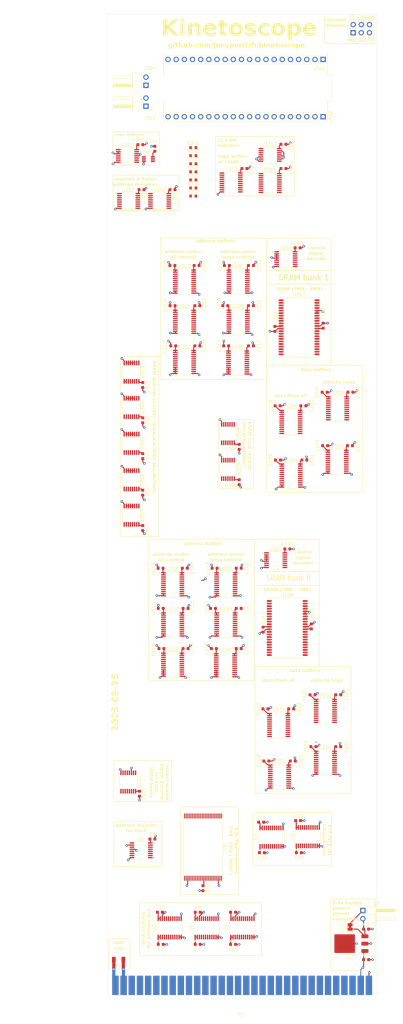
<source format=kicad_pcb>
(kicad_pcb (version 20241229) (generator "pcbnew") (generator_version "9.0")
  (title_block (title "Kinetoscope unified PCB"))
  (layers (0 "F.Cu" signal) (4 "In1.Cu" signal) (6 "In2.Cu" signal) (2 "B.Cu" signal) (13 "F.Paste" user) (15 "B.Paste" user) (5 "F.SilkS" user "F.Silkscreen") (7 "B.SilkS" user "B.Silkscreen") (1 "F.Mask" user) (3 "B.Mask" user) (25 "Edge.Cuts" user))
  (net 0 "")
  (net 1 "GND")
  (net 2 "+5V")
  (net 3 "/cart-internal/+3.3V_INT")
  (net 4 "+3.3V")
  (net 5 "+5VP")
  (net 6 "GNDPWR")
  (net 7 "/microcontroller-internal/REG_R_D5")
  (net 8 "~{SRAM_W_A_CLR}")
  (net 9 "/microcontroller-internal/~{REG_0_OE}")
  (net 10 "/microcontroller-internal/REG_R_D4")
  (net 11 "/microcontroller-internal/REG_R_D3")
  (net 12 "/microcontroller-internal/CMD_3V")
  (net 13 "/microcontroller-internal/REG_R_D7")
  (net 14 "/microcontroller-internal/~{REG_1_OE}")
  (net 15 "SRAM_DIS_1")
  (net 16 "/microcontroller-internal/REG_R_D1")
  (net 17 "/microcontroller-internal/REG_R_D0")
  (net 18 "/microcontroller-internal/REG_R_D6")
  (net 19 "/microcontroller-internal/~{CMD_CLR}")
  (net 20 "/microcontroller-internal/REG_R_D2")
  (net 21 "~{SRAM_WE}")
  (net 22 "SRAM_DIS_0")
  (net 23 "/microcontroller-internal/ERR_3V")
  (net 24 "/microcontroller-internal/SPI_MISO")
  (net 25 "/microcontroller-internal/VBUS")
  (net 26 "SRAM_D_NEXT")
  (net 27 "/microcontroller-internal/SPI_SCK")
  (net 28 "SRAM_W_A_CLK")
  (net 29 "/microcontroller-internal/~{ERR_SET}")
  (net 30 "/microcontroller-internal/SPI_MOSI")
  (net 31 "SRAM_D_CLK")
  (net 32 "/microcontroller-internal/~{SPI_CS}")
  (net 33 "/microcontroller-internal/REG_EN")
  (net 34 "SEGA_D9")
  (net 35 "SEGA_A8")
  (net 36 "SEGA_A4")
  (net 37 "SEGA_D0")
  (net 38 "SEGA_A10")
  (net 39 "~{SEGA_AS}")
  (net 40 "SEGA_D1")
  (net 41 "SEGA_D4")
  (net 42 "SEGA_A21")
  (net 43 "~{SEGA_OE}")
  (net 44 "SEGA_A17")
  (net 45 "SEGA_D5")
  (net 46 "~{SEGA_RESET}")
  (net 47 "SEGA_A11")
  (net 48 "SEGA_D14")
  (net 49 "SEGA_A14")
  (net 50 "SEGA_A16")
  (net 51 "SEGA_A22")
  (net 52 "SEGA_D15")
  (net 53 "~{SEGA_REGISTER}")
  (net 54 "~{SEGA_WE_UB}")
  (net 55 "SEGA_A7")
  (net 56 "SEGA_A18")
  (net 57 "SEGA_A23")
  (net 58 "SEGA_D3")
  (net 59 "SEGA_A20")
  (net 60 "SEGA_D8")
  (net 61 "SEGA_D12")
  (net 62 "SEGA_A3")
  (net 63 "SEGA_A15")
  (net 64 "SEGA_A19")
  (net 65 "SEGA_D7")
  (net 66 "SEGA_A12")
  (net 67 "~{SEGA_WE_LB}")
  (net 68 "SEGA_A9")
  (net 69 "~{SEGA_CE}")
  (net 70 "SEGA_A5")
  (net 71 "SEGA_D10")
  (net 72 "SEGA_A6")
  (net 73 "SEGA_A2")
  (net 74 "SEGA_A13")
  (net 75 "SEGA_D11")
  (net 76 "SEGA_D2")
  (net 77 "SEGA_A1")
  (net 78 "SEGA_D13")
  (net 79 "SEGA_D6")
  (net 80 "/cart-internal/~{FLASH_CE}")
  (net 81 "/cart-internal/flash-internal/A2_3V")
  (net 82 "/cart-internal/flash-internal/A3_3V")
  (net 83 "/cart-internal/flash-internal/A1_3V")
  (net 84 "/cart-internal/flash-internal/A5_3V")
  (net 85 "/cart-internal/flash-internal/A0_3V")
  (net 86 "/cart-internal/flash-internal/A6_3V")
  (net 87 "/cart-internal/flash-internal/A7_3V")
  (net 88 "/cart-internal/flash-internal/A4_3V")
  (net 89 "/cart-internal/flash-internal/A15_3V")
  (net 90 "/cart-internal/flash-internal/A8_3V")
  (net 91 "/cart-internal/flash-internal/A11_3V")
  (net 92 "/cart-internal/flash-internal/A13_3V")
  (net 93 "/cart-internal/flash-internal/A9_3V")
  (net 94 "/cart-internal/flash-internal/A14_3V")
  (net 95 "/cart-internal/flash-internal/A12_3V")
  (net 96 "/cart-internal/flash-internal/A10_3V")
  (net 97 "/cart-internal/flash-internal/~{WE_3V}")
  (net 98 "/cart-internal/flash-internal/A16_3V")
  (net 99 "/cart-internal/flash-internal/~{RESET_3V}")
  (net 100 "/cart-internal/flash-internal/A19_3V")
  (net 101 "/cart-internal/flash-internal/~{OE_3V}")
  (net 102 "/cart-internal/flash-internal/A18_3V")
  (net 103 "/cart-internal/flash-internal/A17_3V")
  (net 104 "/cart-internal/flash-internal/D3_3V")
  (net 105 "/cart-internal/flash-internal/D10_3V")
  (net 106 "/cart-internal/flash-internal/D14_3V")
  (net 107 "/cart-internal/flash-internal/D9_3V")
  (net 108 "/cart-internal/flash-internal/D13_3V")
  (net 109 "/cart-internal/flash-internal/D7_3V")
  (net 110 "/cart-internal/flash-internal/D0_3V")
  (net 111 "/cart-internal/flash-internal/D15_3V")
  (net 112 "/cart-internal/flash-internal/D8_3V")
  (net 113 "/cart-internal/flash-internal/D11_3V")
  (net 114 "/cart-internal/flash-internal/D12_3V")
  (net 115 "/cart-internal/flash-internal/D1_3V")
  (net 116 "/cart-internal/flash-internal/D6_3V")
  (net 117 "/cart-internal/flash-internal/D2_3V")
  (net 118 "/cart-internal/flash-internal/D4_3V")
  (net 119 "/cart-internal/flash-internal/D5_3V")
  (net 120 "/microcontroller-internal/~{REG_1_WE}")
  (net 121 "/microcontroller-internal/~{REG_0_WE}")
  (net 122 "/microcontroller-internal/~{CMD_OE}")
  (net 123 "/microcontroller-internal/~{ERR_OE}")
  (net 124 "/microcontroller-internal/~{CMD_SET}")
  (net 125 "/microcontroller-internal/~{ERR_CLR}")
  (net 126 "SRAM_W_A2")
  (net 127 "SRAM_W_A1")
  (net 128 "SRAM_W_A0")
  (net 129 "SRAM_W_A3")
  (net 130 "/microcontroller-internal/address-counter-internal/AR0")
  (net 131 "SRAM_W_A4")
  (net 132 "SRAM_W_A7")
  (net 133 "SRAM_W_A6")
  (net 134 "/microcontroller-internal/address-counter-internal/AR1")
  (net 135 "SRAM_W_A5")
  (net 136 "SRAM_W_A9")
  (net 137 "SRAM_W_A8")
  (net 138 "SRAM_W_A10")
  (net 139 "/microcontroller-internal/address-counter-internal/AR2")
  (net 140 "SRAM_W_A11")
  (net 141 "SRAM_W_A12")
  (net 142 "SRAM_W_A15")
  (net 143 "SRAM_W_A13")
  (net 144 "SRAM_W_A14")
  (net 145 "/microcontroller-internal/address-counter-internal/AR3")
  (net 146 "SRAM_W_A17")
  (net 147 "SRAM_W_A16")
  (net 148 "SRAM_W_A18")
  (net 149 "SRAM_D_IN7")
  (net 150 "SRAM_D_IN3")
  (net 151 "SRAM_D_IN6")
  (net 152 "SRAM_D_IN2")
  (net 153 "SRAM_D_IN5")
  (net 154 "SRAM_D_IN1")
  (net 155 "SRAM_D_IN0")
  (net 156 "SRAM_D_IN4")
  (net 157 "SRAM_D_IN8")
  (net 158 "SRAM_D_IN15")
  (net 159 "SRAM_D_IN14")
  (net 160 "SRAM_D_IN11")
  (net 161 "SRAM_D_IN10")
  (net 162 "SRAM_D_IN13")
  (net 163 "SRAM_D_IN9")
  (net 164 "SRAM_D_IN12")
  (net 165 "/microcontroller-internal/register-file-internal/REG_1_WE")
  (net 166 "/microcontroller-internal/register-file-internal/REG_0_WE")
  (net 167 "/sram-bank-internal/~{UC_CONTROL}")
  (net 168 "/sram-bank-internal/~{SEGA_CONTROL}")
  (net 169 "/sram-bank-internal/SRAM_A6")
  (net 170 "/sram-bank-internal/SRAM_A0")
  (net 171 "/sram-bank-internal/SRAM_A2")
  (net 172 "/sram-bank-internal/SRAM_A5")
  (net 173 "/sram-bank-internal/SRAM_A1")
  (net 174 "/sram-bank-internal/SRAM_A3")
  (net 175 "/sram-bank-internal/SRAM_A4")
  (net 176 "/sram-bank-internal/SRAM_A7")
  (net 177 "/sram-bank-internal/SRAM_A13")
  (net 178 "/sram-bank-internal/SRAM_A14")
  (net 179 "/sram-bank-internal/SRAM_A12")
  (net 180 "/sram-bank-internal/SRAM_A8")
  (net 181 "/sram-bank-internal/SRAM_A15")
  (net 182 "/sram-bank-internal/SRAM_A9")
  (net 183 "/sram-bank-internal/SRAM_A10")
  (net 184 "/sram-bank-internal/SRAM_A11")
  (net 185 "/sram-bank-internal/~{SRAM_FINAL_OE}")
  (net 186 "/sram-bank-internal/SRAM_A18")
  (net 187 "/sram-bank-internal/SRAM_A16")
  (net 188 "/sram-bank-internal/~{SRAM_FINAL_WE}")
  (net 189 "/sram-bank-internal/~{SRAM_FINAL_CE}")
  (net 190 "/sram-bank-internal/SRAM_A17")
  (net 191 "/sram-bank-internal/~{SRAM_OE}")
  (net 192 "/sram-bank-internal/SRAM_DATA12")
  (net 193 "/sram-bank-internal/SRAM_DATA8")
  (net 194 "/sram-bank-internal/SRAM_DATA14")
  (net 195 "/sram-bank-internal/SRAM_DATA6")
  (net 196 "/sram-bank-internal/SRAM_DATA13")
  (net 197 "/sram-bank-internal/SRAM_DATA4")
  (net 198 "/sram-bank-internal/SRAM_DATA10")
  (net 199 "/sram-bank-internal/SRAM_DATA2")
  (net 200 "/sram-bank-internal/SRAM_DATA15")
  (net 201 "/sram-bank-internal/SRAM_DATA1")
  (net 202 "/sram-bank-internal/SRAM_DATA3")
  (net 203 "/sram-bank-internal/SRAM_DATA0")
  (net 204 "/sram-bank-internal/SRAM_DATA5")
  (net 205 "/sram-bank-internal/SRAM_DATA9")
  (net 206 "/sram-bank-internal/SRAM_DATA11")
  (net 207 "/sram-bank-internal/SRAM_DATA7")
  (net 208 "/sram-bank-internal1/~{SRAM_OE}")
  (net 272 "/sram-bank-internal1/~{SEGA_CONTROL}")
  (net 273 "/sram-bank-internal1/~{UC_CONTROL}")
  (net 277 "/sram-bank-internal1/SRAM_A10")
  (net 278 "/sram-bank-internal1/SRAM_DATA14")
  (net 279 "/sram-bank-internal1/SRAM_DATA7")
  (net 280 "/sram-bank-internal1/~{SRAM_FINAL_WE}")
  (net 281 "/sram-bank-internal1/SRAM_DATA13")
  (net 282 "/sram-bank-internal1/SRAM_DATA3")
  (net 283 "/sram-bank-internal1/SRAM_A6")
  (net 284 "/sram-bank-internal1/~{SRAM_FINAL_CE}")
  (net 285 "/sram-bank-internal1/SRAM_A12")
  (net 286 "/sram-bank-internal1/SRAM_DATA5")
  (net 287 "/sram-bank-internal1/SRAM_A1")
  (net 288 "/sram-bank-internal1/SRAM_DATA1")
  (net 289 "/sram-bank-internal1/SRAM_A11")
  (net 290 "/sram-bank-internal1/SRAM_DATA11")
  (net 291 "/sram-bank-internal1/SRAM_DATA2")
  (net 292 "/sram-bank-internal1/SRAM_A3")
  (net 293 "/sram-bank-internal1/SRAM_A2")
  (net 294 "/sram-bank-internal1/SRAM_DATA9")
  (net 295 "/sram-bank-internal1/SRAM_A7")
  (net 296 "/sram-bank-internal1/SRAM_DATA8")
  (net 297 "/sram-bank-internal1/SRAM_DATA0")
  (net 298 "/sram-bank-internal1/SRAM_DATA10")
  (net 299 "/sram-bank-internal1/SRAM_A14")
  (net 300 "/sram-bank-internal1/SRAM_A5")
  (net 301 "/sram-bank-internal1/SRAM_A16")
  (net 302 "/sram-bank-internal1/SRAM_A0")
  (net 303 "/sram-bank-internal1/SRAM_A8")
  (net 304 "/sram-bank-internal1/~{SRAM_FINAL_OE}")
  (net 305 "/sram-bank-internal1/SRAM_A15")
  (net 306 "/sram-bank-internal1/SRAM_DATA12")
  (net 307 "/sram-bank-internal1/SRAM_A13")
  (net 308 "/sram-bank-internal1/SRAM_A17")
  (net 309 "/sram-bank-internal1/SRAM_A18")
  (net 310 "/sram-bank-internal1/SRAM_A9")
  (net 311 "/sram-bank-internal1/SRAM_DATA4")
  (net 312 "/sram-bank-internal1/SRAM_A4")
  (net 313 "/sram-bank-internal1/SRAM_DATA15")
  (net 314 "/sram-bank-internal1/SRAM_DATA6")
  (footprint "Capacitor_SMD:C_0603_1608Metric" (layer "F.Cu") (at 26 55.3875 -90)
    (property "Reference" "C305")
    (property "Value" "22nF")
  )
  (footprint "Package_SO:TSSOP-20_4.4x6.5mm_P0.65mm" (layer "F.Cu") (at 53.5 -29.75)
    (property "Reference" "U313")
    (property "Value" "74AHC373")
  )
  (footprint "Package_SO:TSSOP-24_4.4x7.8mm_P0.65mm" (layer "F.Cu") (at 77.35 173.75 90)
    (property "Reference" "U8")
    (property "Value" "74LVC8T245")
  )
  (footprint "Capacitor_SMD:C_0603_1608Metric" (layer "F.Cu") (at 54.1 197.25)
    (property "Reference" "C9")
    (property "Value" "22nF")
  )
  (footprint "Capacitor_SMD:C_0603_1608Metric" (layer "F.Cu") (at 82.747663 52.121328)
    (property "Reference" "C205")
    (property "Value" "22nF")
  )
  (footprint "Connector_PinHeader_2.54mm:PinHeader_1x02_P2.54mm_Horizontal" (layer "F.Cu") (at 27 -59.96 180)
    (property "Reference" "J304")
    (property "Value" "1x2 jumper right-angle")
  )
  (footprint "Package_SO:VSSOP-8_2.3x2mm_P0.5mm" (layer "F.Cu") (at 27.75 -37)
    (property "Reference" "U311")
    (property "Value" "74LVC2G125")
  )
  (footprint "Capacitor_SMD:C_0603_1608Metric" (layer "F.Cu") (at 67.13125 15.8 90)
    (property "Reference" "C202")
    (property "Value" "22nF")
  )
  (footprint "Capacitor_SMD:C_0603_1608Metric" (layer "F.Cu") (at 35.25 -27.5)
    (property "Reference" "C302")
    (property "Value" "22nF")
  )
  (footprint "Capacitor_SMD:C_0603_1608Metric" (layer "F.Cu") (at 59.676782 8.587685)
    (property "Reference" "C216")
    (property "Value" "22nF")
  )
  (footprint "Capacitor_SMD:C_0603_1608Metric" (layer "F.Cu") (at 67.972663 39.721328)
    (property "Reference" "C208")
    (property "Value" "22nF")
  )
  (footprint "Capacitor_SMD:C_0603_1608Metric" (layer "F.Cu") (at 86.81875 145.75)
    (property "Reference" "C124")
    (property "Value" "22nF")
  )
  (footprint "Resistor_SMD:R_0603_1608Metric" (layer "F.Cu") (at 41.7125 -40.575)
    (property "Reference" "R301")
    (property "Value" "10k")
  )
  (footprint "Capacitor_SMD:C_0603_1608Metric" (layer "F.Cu") (at 25.25 -41.5)
    (property "Reference" "C310")
    (property "Value" "22nF")
  )
  (footprint "Capacitor_SMD:C_0603_1608Metric" (layer "F.Cu") (at 69.775 -34.075)
    (property "Reference" "C314")
    (property "Value" "22nF")
  )
  (footprint "Package_SO:TSSOP-24_4.4x7.8mm_P0.65mm" (layer "F.Cu") (at 55.676782 13.587685)
    (property "Reference" "U208")
    (property "Value" "74LVC8T245")
  )
  (footprint "Package_TO_SOT_SMD:TO-252-3_TabPin2" (layer "F.Cu") (at 90.085 207.025 180)
    (property "Reference" "U1")
    (property "Value" "MCP1827S-3302E/EB")
  )
  (footprint "Capacitor_SMD:C_0603_1608Metric" (layer "F.Cu") (at 35.270532 8.587685 180)
    (property "Reference" "C219")
    (property "Value" "22nF")
  )
  (footprint "Capacitor_SMD:C_0603_1608Metric" (layer "F.Cu") (at 39.31875 102.75)
    (property "Reference" "C113")
    (property "Value" "22nF")
  )
  (footprint "Capacitor_SMD:C_0603_1608Metric" (layer "F.Cu") (at 55.8625 90.25)
    (property "Reference" "C106")
    (property "Value" "22nF")
  )
  (footprint "Capacitor_SMD:C_0603_1608Metric" (layer "F.Cu") (at 29 174.5)
    (property "Reference" "C3")
    (property "Value" "22nF")
  )
  (footprint "Package_SO:TSSOP-16_4.4x5mm_P0.65mm" (layer "F.Cu") (at 21.6125 -24)
    (property "Reference" "U301")
    (property "Value" "74LVC138A")
  )
  (footprint "Package_SO:TSSOP-24_4.4x7.8mm_P0.65mm" (layer "F.Cu") (at 34.375 202.1125 90)
    (property "Reference" "U3")
    (property "Value" "74LVC8T245")
  )
  (footprint "Resistor_SMD:R_0603_1608Metric" (layer "F.Cu") (at 41.7125 -25.515)
    (property "Reference" "R307")
    (property "Value" "10k")
  )
  (footprint "Capacitor_SMD:C_0603_1608Metric" (layer "F.Cu") (at 43.1 207.25)
    (property "Reference" "C7")
    (property "Value" "22nF")
  )
  (footprint "Package_SO:TSSOP-14_4.4x5mm_P0.65mm" (layer "F.Cu") (at 52.5 59.5 -90)
    (property "Reference" "U309")
    (property "Value" "74LV164A")
  )
  (footprint "Capacitor_SMD:C_0603_1608Metric" (layer "F.Cu") (at 63.45 109.35 90)
    (property "Reference" "C115")
    (property "Value" "22nF")
  )
  (footprint "Capacitor_SMD:C_0603_1608Metric" (layer "F.Cu") (at 44.75 189.775 -90)
    (property "Reference" "C15")
    (property "Value" "22nF")
  )
  (footprint "" (layer "F.Cu") (at 23 -72)
    (property "Reference" "P9" (hide yes))
    (property "Value" "")
  )
  (footprint "Package_SO:TSSOP-24_4.4x7.8mm_P0.65mm" (layer "F.Cu") (at 45.875 202.1125 90)
    (property "Reference" "U4")
    (property "Value" "74LVC8T245")
  )
  (footprint "Capacitor_SMD:C_0603_1608Metric" (layer "F.Cu") (at 75.972663 39.721328)
    (property "Reference" "C210")
    (property "Value" "22nF")
  )
  (footprint "Package_SO:TSSOP-14_4.4x5mm_P0.65mm" (layer "F.Cu") (at 52.5 48.3625 -90)
    (property "Reference" "U308")
    (property "Value" "74LV164A")
  )
  (footprint "Capacitor_SMD:C_0603_1608Metric" (layer "F.Cu") (at 29.75 -40.225 90)
    (property "Reference" "C311")
    (property "Value" "22nF")
  )
  (footprint "Package_SO:TSSOP-14_4.4x5mm_P0.65mm" (layer "F.Cu") (at 21.25 -38)
    (property "Reference" "U310")
    (property "Value" "74AHC74")
  )
  (footprint "Package_SO:TSSOP-24_4.4x7.8mm_P0.65mm" (layer "F.Cu") (at 57.025 202.1125 90)
    (property "Reference" "U5")
    (property "Value" "74LVC8T245")
  )
  (footprint "Capacitor_SMD:C_0603_1608Metric" (layer "F.Cu") (at 47.8625 102.75 180)
    (property "Reference" "C104")
    (property "Value" "22nF")
  )
  (footprint "Resistor_SMD:R_0603_1608Metric" (layer "F.Cu") (at 41.7125 -38.065)
    (property "Reference" "R302")
    (property "Value" "10k")
  )
  (footprint "Connector_PinHeader_2.54mm:PinHeader_1x02_P2.54mm_Horizontal" (layer "F.Cu") (at 94.5 196.725)
    (property "Reference" "J1")
    (property "Value" "debug-snoop")
  )
  (footprint "Package_SO:TSSOP-16_4.4x5mm_P0.65mm" (layer "F.Cu") (at 22.5 51.3875 -90)
    (property "Reference" "U305")
    (property "Value" "74LV161A")
  )
  (footprint "Capacitor_SMD:C_0603_1608Metric" (layer "F.Cu") (at 74.179103 -9.408385)
    (property "Reference" "C201")
    (property "Value" "22nF")
  )
  (footprint "Package_SO:TSSOP-24_4.4x7.8mm_P0.65mm" (layer "F.Cu") (at 51.8625 107.75)
    (property "Reference" "U104")
    (property "Value" "74LVC8T245")
  )
  (footprint "Connector_PinHeader_2.54mm:PinHeader_1x02_P2.54mm_Horizontal" (layer "F.Cu") (at 27 -53.46 180)
    (property "Reference" "J303")
    (property "Value" "1x2 jumper right-angle")
  )
  (footprint "Capacitor_SMD:C_0603_1608Metric" (layer "F.Cu") (at 26 44.25 -90)
    (property "Reference" "C304")
    (property "Value" "22nF")
  )
  (footprint "Package_SO:TSSOP-24_4.4x7.8mm_P0.65mm" (layer "F.Cu") (at 51.725 120.425)
    (property "Reference" "U105")
    (property "Value" "74LVC8T245")
  )
  (footprint "Capacitor_SMD:C_0603_1608Metric" (layer "F.Cu") (at 51.951782 21.087685 180)
    (property "Reference" "C214")
    (property "Value" "22nF")
  )
  (footprint "Resistor_SMD:R_0603_1608Metric" (layer "F.Cu") (at 41.7125 -28.025)
    (property "Reference" "R306")
    (property "Value" "10k")
  )
  (footprint "Capacitor_SMD:C_0603_1608Metric" (layer "F.Cu") (at 95.5 212)
    (property "Reference" "C1")
    (property "Value" "4.7uF")
  )
  (footprint "Resistor_SMD:R_0603_1608Metric" (layer "F.Cu") (at 41.7125 -33.045)
    (property "Reference" "R304")
    (property "Value" "10k")
  )
  (footprint "Capacitor_SMD:C_0603_1608Metric" (layer "F.Cu") (at 68.068913 56.596328)
    (property "Reference" "C209")
    (property "Value" "22nF")
  )
  (footprint "Resistor_SMD:R_0603_1608Metric" (layer "F.Cu") (at 41.7125 -30.535)
    (property "Reference" "R305")
    (property "Value" "10k")
  )
  (footprint "Package_SO:TSSOP-24_4.4x7.8mm_P0.65mm" (layer "F.Cu") (at 38.995532 1.087685)
    (property "Reference" "U210")
    (property "Value" "74LVC8T245")
  )
  (footprint "Capacitor_SMD:C_0603_1608Metric" (layer "F.Cu") (at 39.09375 90.25)
    (property "Reference" "C112")
    (property "Value" "22nF")
  )
  (footprint "Capacitor_SMD:C_0603_1608Metric" (layer "F.Cu") (at 56 52.5 -90)
    (property "Reference" "C308")
    (property "Value" "22nF")
  )
  (footprint "Capacitor_SMD:C_0603_1608Metric" (layer "F.Cu") (at 48.1375 115.25 180)
    (property "Reference" "C105")
    (property "Value" "22nF")
  )
  (footprint "Capacitor_SMD:C_0603_1608Metric" (layer "F.Cu") (at 86.81875 129.625)
    (property "Reference" "C123")
    (property "Value" "22nF")
  )
  (footprint "Capacitor_SMD:C_0603_1608Metric" (layer "F.Cu") (at 26 77.75 -90)
    (property "Reference" "C307")
    (property "Value" "22nF")
  )
  (footprint "Capacitor_SMD:C_1206_3216Metric" (layer "F.Cu") (at 18.475 212 180)
    (property "Reference" "C4")
    (property "Value" "47uF")
  )
  (footprint "Capacitor_SMD:C_0603_1608Metric" (layer "F.Cu") (at 78.45 108.35 -90)
    (property "Reference" "C116")
    (property "Value" "22nF")
  )
  (footprint "Package_SO:TSSOP-24_4.4x7.8mm_P0.65mm" (layer "F.Cu") (at 38.995532 13.587685)
    (property "Reference" "U211")
    (property "Value" "74LVC8T245")
  )
  (footprint "Capacitor_SMD:C_0603_1608Metric" (layer "F.Cu") (at 72.18125 134)
    (property "Reference" "C119")
    (property "Value" "22nF")
  )
  (footprint "Package_SO:TSSOP-16_4.4x5mm_P0.65mm" (layer "F.Cu") (at 25.5 178)
    (property "Reference" "U2")
    (property "Value" "74LVC138A")
  )
  (footprint "Package_SO:TSSOP-24_4.4x7.8mm_P0.65mm" (layer "F.Cu") (at 35.31875 107.75)
    (property "Reference" "U107")
    (property "Value" "74LVC8T245")
  )
  (footprint "Package_SO:TSSOP-24_4.4x7.8mm_P0.65mm" (layer "F.Cu") (at 72.110163 44.746328)
    (property "Reference" "U205")
    (property "Value" "74LVC8T245")
  )
  (footprint "Capacitor_SMD:C_0603_1608Metric" (layer "F.Cu") (at 31.81875 115.25 180)
    (property "Reference" "C111")
    (property "Value" "22nF")
  )
  (footprint "Capacitor_SMD:C_0603_1608Metric" (layer "F.Cu") (at 78.81875 129.625)
    (property "Reference" "C121")
    (property "Value" "22nF")
  )
  (footprint "Capacitor_SMD:C_0603_1608Metric" (layer "F.Cu") (at 56 63.5 -90)
    (property "Reference" "C309")
    (property "Value" "22nF")
  )
  (footprint "Capacitor_SMD:C_0603_1608Metric" (layer "F.Cu") (at 48.3625 90.25 180)
    (property "Reference" "C103")
    (property "Value" "22nF")
  )
  (footprint "Package_SO:TSSOP-24_4.4x7.8mm_P0.65mm" (layer "F.Cu") (at 51.8625 95.25)
    (property "Reference" "U103")
    (property "Value" "74LVC8T245")
  )
  (footprint "Capacitor_SMD:C_0603_1608Metric" (layer "F.Cu") (at 39.31875 115.25)
    (property "Reference" "C114")
    (property "Value" "22nF")
  )
  (footprint "Capacitor_SMD:C_0603_1608Metric" (layer "F.Cu") (at 31.325 197.25)
    (property "Reference" "C6")
    (property "Value" "22nF")
  )
  (footprint "Capacitor_SMD:C_0603_1608Metric" (layer "F.Cu") (at 57.6375 -34.075)
    (property "Reference" "C313")
    (property "Value" "22nF")
  )
  (footprint "Package_SO:TSSOP-16_4.4x5mm_P0.65mm" (layer "F.Cu") (at 22.5 73.75 -90)
    (property "Reference" "U307")
    (property "Value" "74LV161A")
  )
  (footprint "Package_SO:TSSOP-24_4.4x7.8mm_P0.65mm" (layer "F.Cu") (at 38.995532 26.087685)
    (property "Reference" "U212")
    (property "Value" "74LVC8T245")
  )
  (footprint "Raspberry_Pi_Pico_W:Raspberry_Pi_Pico_W_template" (layer "F.Cu") (at 82.125 -68 -90)
    (property "Reference" "X301" (hide yes))
    (property "Value" "~" (hide yes))
  )
  (footprint "MD-CART-FINGERS:MD-CART-FINGERS" (layer "F.Cu") (at 15.1 224.2)
    (property "Reference" "P1")
    (property "Value" "edge connector")
    (fp_line (start 0 -42) (end 0 -1.27) (stroke (width 0.05)) (layer "Edge.Cuts"))
    (fp_line (start 0.762 0) (end 0 -1.27) (stroke (width 0.05)) (layer "Edge.Cuts"))
    (fp_line (start 0.762 0) (end 82.918 0) (stroke (width 0.05)) (layer "Edge.Cuts"))
    (fp_line (start 82.918 0) (end 83.68 -1.27) (stroke (width 0.05)) (layer "Edge.Cuts"))
    (fp_line (start 83.68 -1.27) (end 83.68 -42) (stroke (width 0.05)) (layer "Edge.Cuts"))
  )
  (footprint "Capacitor_SMD:C_0603_1608Metric" (layer "F.Cu") (at 55.8625 102.75)
    (property "Reference" "C107")
    (property "Value" "22nF")
  )
  (footprint "Capacitor_SMD:C_0603_1608Metric" (layer "F.Cu") (at 35.220532 -3.912315 180)
    (property "Reference" "C218")
    (property "Value" "22nF")
  )
  (footprint "Capacitor_SMD:C_0603_1608Metric" (layer "F.Cu") (at 55.8625 115.25)
    (property "Reference" "C108")
    (property "Value" "22nF")
  )
  (footprint "Connector_PinHeader_2.54mm:PinHeader_1x20_P2.54mm_Vertical" (layer "F.Cu") (at 82.125 -68 -90)
    (property "Reference" "J301")
    (property "Value" "~")
  )
  (footprint "Capacitor_SMD:C_0603_1608Metric" (layer "F.Cu") (at 31.59375 102.75 180)
    (property "Reference" "C110")
    (property "Value" "22nF")
  )
  (footprint "Capacitor_SMD:C_0603_1608Metric" (layer "F.Cu") (at 31.54375 90.25 180)
    (property "Reference" "C109")
    (property "Value" "22nF")
  )
  (footprint "Capacitor_SMD:C_0603_1608Metric" (layer "F.Cu") (at 24.975 160.3875 -90)
    (property "Reference" "C401")
    (property "Value" "22nF")
  )
  (footprint "" (layer "F.Cu") (at 92.48 -72)
    (property "Reference" "P10" (hide yes))
    (property "Value" "")
  )
  (footprint "Capacitor_SMD:C_0603_1608Metric" (layer "F.Cu") (at 74.575 178.75)
    (property "Reference" "C14")
    (property "Value" "22nF")
  )
  (footprint "Package_SO:TSSOP-24_4.4x7.8mm_P0.65mm" (layer "F.Cu") (at 82.81875 134.625)
    (property "Reference" "U112")
    (property "Value" "74LVC8T245")
  )
  (footprint "Package_SO:TSSOP-16_4.4x5mm_P0.65mm" (layer "F.Cu") (at 22.5 62.75 -90)
    (property "Reference" "U306")
    (property "Value" "74LV161A")
  )
  (footprint "Package_SO:TSSOP-14_4.4x5mm_P0.65mm" (layer "F.Cu") (at 65.6375 -38.325)
    (property "Reference" "U312")
    (property "Value" "74AHC04")
  )
  (footprint "Capacitor_SMD:C_0603_1608Metric" (layer "F.Cu") (at 71 84.25)
    (property "Reference" "C102")
    (property "Value" "22nF")
  )
  (footprint "Capacitor_SMD:C_0603_1608Metric" (layer "F.Cu") (at 26 66.75 -90)
    (property "Reference" "C306")
    (property "Value" "22nF")
  )
  (footprint "Capacitor_SMD:C_0603_1608Metric" (layer "F.Cu") (at 69.775 -41.625)
    (property "Reference" "C312")
    (property "Value" "22nF")
  )
  (footprint "Capacitor_SMD:C_0603_1608Metric" (layer "F.Cu") (at 62.85 169.25)
    (property "Reference" "C11")
    (property "Value" "22nF")
  )
  (footprint "Package_SO:TSSOP-16_4.4x5mm_P0.65mm" (layer "F.Cu") (at 22.5 40.25 -90)
    (property "Reference" "U304")
    (property "Value" "74LV161A")
  )
  (footprint "Capacitor_SMD:C_0603_1608Metric" (layer "F.Cu") (at 51.676782 8.587685 180)
    (property "Reference" "C213")
    (property "Value" "22nF")
  )
  (footprint "Capacitor_SMD:C_0603_1608Metric" (layer "F.Cu") (at 64.18125 134)
    (property "Reference" "C117")
    (property "Value" "22nF")
  )
  (footprint "Capacitor_SMD:C_0603_1608Metric" (layer "F.Cu") (at 52.176782 -3.912315 180)
    (property "Reference" "C212")
    (property "Value" "22nF")
  )
  (footprint "Package_SO:TSSOP-16_4.4x5mm_P0.65mm" (layer "F.Cu") (at 70.541603 -5.908385)
    (property "Reference" "U201")
    (property "Value" "74LVC138A")
  )
  (footprint "Package_SO:TSSOP-24_4.4x7.8mm_P0.65mm" (layer "F.Cu") (at 68.31875 139.025)
    (property "Reference" "U110")
    (property "Value" "74LVC8T245")
  )
  (footprint "Capacitor_SMD:C_0603_1608Metric" (layer "F.Cu") (at 43.1 197.25)
    (property "Reference" "C8")
    (property "Value" "22nF")
  )
  (footprint "Capacitor_SMD:C_0603_1608Metric" (layer "F.Cu") (at 90.472663 52.121328)
    (property "Reference" "C207")
    (property "Value" "22nF")
  )
  (footprint "Resistor_SMD:R_0603_1608Metric" (layer "F.Cu") (at 41.7125 -35.555)
    (property "Reference" "R303")
    (property "Value" "10k")
  )
  (footprint "Package_SO:TSSOP-16_4.4x5mm_P0.65mm" (layer "F.Cu") (at 67.3625 87.75)
    (property "Reference" "U102")
    (property "Value" "74LVC138A")
  )
  (footprint "Package_SO:TSSOP-24_4.4x7.8mm_P0.65mm" (layer "F.Cu") (at 72.153913 61.421328)
    (property "Reference" "U206")
    (property "Value" "74LVC8T245")
  )
  (footprint "Package_SO:TSSOP-24_4.4x7.8mm_P0.65mm" (layer "F.Cu") (at 86.610163 40.496328)
    (property "Reference" "U203")
    (property "Value" "74LVC8T245")
  )
  (footprint "Capacitor_SMD:C_0603_1608Metric" (layer "F.Cu") (at 42.995532 21.087685)
    (property "Reference" "C223")
    (property "Value" "22nF")
  )
  (footprint "Package_SO:TSSOP-24_4.4x7.8mm_P0.65mm" (layer "F.Cu") (at 55.539282 26.262685)
    (property "Reference" "U209")
    (property "Value" "74LVC8T245")
  )
  (footprint "Capacitor_SMD:C_0603_1608Metric" (layer "F.Cu") (at 42.995532 8.587685)
    (property "Reference" "C222")
    (property "Value" "22nF")
  )
  (footprint "Capacitor_SMD:C_0603_1608Metric" (layer "F.Cu") (at 64.45875 150.225)
    (property "Reference" "C118")
    (property "Value" "22nF")
  )
  (footprint "Capacitor_SMD:C_0603_1608Metric" (layer "F.Cu") (at 90.610163 35.496328)
    (property "Reference" "C206")
    (property "Value" "22nF")
  )
  (footprint "Capacitor_SMD:C_0603_1608Metric" (layer "F.Cu") (at 42.770532 -3.912315)
    (property "Reference" "C221")
    (property "Value" "22nF")
  )
  (footprint "Jumper:SolderJumper-2_P1.3mm_Bridged_Pad1.0x1.5mm" (layer "F.Cu") (at 90.5 201.85 90)
    (property "Reference" "J2")
    (property "Value" "~")
  )
  (footprint "Capacitor_SMD:C_0603_1608Metric" (layer "F.Cu") (at 95.5 202.5)
    (property "Reference" "C2")
    (property "Value" "1uF")
  )
  (footprint "Capacitor_SMD:C_0603_1608Metric" (layer "F.Cu") (at 74.35 168.75)
    (property "Reference" "C13")
    (property "Value" "22nF")
  )
  (footprint "Package_SO:TSSOP-24_4.4x7.8mm_P0.65mm" (layer "F.Cu") (at 35.31875 95.25)
    (property "Reference" "U106")
    (property "Value" "74LVC8T245")
  )
  (footprint "Capacitor_SMD:C_0603_1608Metric" (layer "F.Cu") (at 72.68125 150.225)
    (property "Reference" "C120")
    (property "Value" "22nF")
  )
  (footprint "Package_SO:TSSOP-16_4.4x5mm_P0.65mm" (layer "F.Cu") (at 22.5 29.25 -90)
    (property "Reference" "U303")
    (property "Value" "74LV161A")
  )
  (footprint "Package_SO:TSSOP-24_4.4x7.8mm_P0.65mm" (layer "F.Cu") (at 68.54375 155.05)
    (property "Reference" "U111")
    (property "Value" "74LVC8T245")
  )
  (footprint "Capacitor_SMD:C_0603_1608Metric" (layer "F.Cu") (at 76.291413 56.596328)
    (property "Reference" "C211")
    (property "Value" "22nF")
  )
  (footprint "Package_SO:TSSOP-24_4.4x7.8mm_P0.65mm" (layer "F.Cu") (at 35.31875 120.25)
    (property "Reference" "U108")
    (property "Value" "74LVC8T245")
  )
  (footprint "Capacitor_SMD:C_0603_1608Metric" (layer "F.Cu") (at 59.676782 21.087685)
    (property "Reference" "C217")
    (property "Value" "22nF")
  )
  (footprint "Capacitor_SMD:C_0603_1608Metric" (layer "F.Cu") (at 31.6 207.25)
    (property "Reference" "C5")
    (property "Value" "22nF")
  )
  (footprint "Package_SO:TSSOP-20_4.4x6.5mm_P0.65mm" (layer "F.Cu") (at 65.6375 -29.575)
    (property "Reference" "U314")
    (property "Value" "74AHC373")
  )
  (footprint "Package_SO:TSOP-I-48_18.4x12mm_P0.5mm" (layer "F.Cu") (at 44.75 177 -90)
    (property "Reference" "U6")
    (property "Value" "S29AL016J55TFIR20")
  )
  (footprint "Capacitor_SMD:C_0603_1608Metric" (layer "F.Cu") (at 25.6125 -27.5)
    (property "Reference" "C301")
    (property "Value" "22nF")
  )
  (footprint "Capacitor_SMD:C_0603_1608Metric" (layer "F.Cu") (at 79.09375 145.75)
    (property "Reference" "C122")
    (property "Value" "22nF")
  )
  (footprint "Capacitor_SMD:C_0603_1608Metric" (layer "F.Cu") (at 82.610163 35.496328)
    (property "Reference" "C204")
    (property "Value" "22nF")
  )
  (footprint "Capacitor_SMD:C_0603_1608Metric" (layer "F.Cu") (at 35.495532 21.087685 180)
    (property "Reference" "C220")
    (property "Value" "22nF")
  )
  (footprint "Capacitor_SMD:C_0603_1608Metric" (layer "F.Cu") (at 54.1 207.25)
    (property "Reference" "C10")
    (property "Value" "22nF")
  )
  (footprint "Package_SO:TSOP-II-44_10.16x18.41mm_P0.8mm" (layer "F.Cu") (at 70.95 108.85)
    (property "Reference" "U109")
    (property "Value" "IS66WV51216EBLL")
  )
  (footprint "Capacitor_SMD:C_0603_1608Metric" (layer "F.Cu") (at 82.13125 14.8 -90)
    (property "Reference" "C203")
    (property "Value" "22nF")
  )
  (footprint "Package_SO:TSSOP-16_4.4x5mm_P0.65mm" (layer "F.Cu") (at 21.5 156.75 -90)
    (property "Reference" "U401")
    (property "Value" "74LVC138A")
  )
  (footprint "Package_SO:TSOP-II-44_10.16x18.41mm_P0.8mm" (layer "F.Cu") (at 74.63125 15.3)
    (property "Reference" "U202")
    (property "Value" "IS66WV51216EBLL")
  )
  (footprint "Package_SO:TSSOP-24_4.4x7.8mm_P0.65mm" (layer "F.Cu") (at 66.075 173.8875 90)
    (property "Reference" "U7")
    (property "Value" "74LVC8T245")
  )
  (footprint "Package_SO:TSSOP-16_4.4x5mm_P0.65mm" (layer "F.Cu") (at 31.25 -24)
    (property "Reference" "U302")
    (property "Value" "74LVC138A")
  )
  (footprint "Capacitor_SMD:C_0603_1608Metric" (layer "F.Cu") (at 59.676782 -3.912315)
    (property "Reference" "C215")
    (property "Value" "22nF")
  )
  (footprint "Package_SO:TSSOP-24_4.4x7.8mm_P0.65mm" (layer "F.Cu") (at 82.81875 150.75)
    (property "Reference" "U113")
    (property "Value" "74LVC8T245")
  )
  (footprint "Capacitor_SMD:C_0603_1608Metric" (layer "F.Cu") (at 63.075 178.75)
    (property "Reference" "C12")
    (property "Value" "22nF")
  )
  (footprint "Package_SO:TSSOP-24_4.4x7.8mm_P0.65mm" (layer "F.Cu") (at 86.472663 57.121328)
    (property "Reference" "U204")
    (property "Value" "74LVC8T245")
  )
  (footprint "Package_SO:TSSOP-24_4.4x7.8mm_P0.65mm" (layer "F.Cu") (at 55.676782 1.087685)
    (property "Reference" "U207")
    (property "Value" "74LVC8T245")
  )
  (footprint "Connector_PinHeader_2.54mm:PinHeader_1x20_P2.54mm_Vertical" (layer "F.Cu") (at 82.125 -50.2 -90)
    (property "Reference" "J302")
    (property "Value" "~")
  )
  (footprint "Connector_PinHeader_2.54mm:PinHeader_2x03_P2.54mm_Vertical" (layer "F.Cu") (at 91.467573 -76.314667 90)
    (property "Reference" "J305" (hide yes))
    (property "Value" "Conn_02x03_Odd_Even")
  )
  (footprint "Capacitor_SMD:C_0603_1608Metric" (layer "F.Cu") (at 26 33.25 -90)
    (property "Reference" "C303")
    (property "Value" "22nF")
  )
  (gr_rect (start 27.81875 81.25) (end 60.81875 125.25) (stroke (width 0.1524)) (fill no) (layer "F.SilkS"))
  (gr_rect (start 16.75 -45.5) (end 31.25 -35) (stroke (width 0.1524)) (fill no) (layer "F.SilkS"))
  (gr_rect (start 60.25 166.25) (end 84.75 182.75) (stroke (width 0.1524)) (fill no) (layer "F.SilkS"))
  (gr_rect (start 17 169) (end 32 183) (stroke (width 0.1524)) (fill no) (layer "F.SilkS"))
  (gr_rect (start 31 24.3875) (end 19 80.3875) (stroke (width 0.1524)) (fill no) (layer "F.SilkS"))
  (gr_rect (start 64.516413 27.121328) (end 94.428913 66.621328) (stroke (width 0.1524)) (fill no) (layer "F.SilkS"))
  (gr_rect (start 48.6375 -44.075) (end 73.1375 -25.575) (stroke (width 0.1524)) (fill no) (layer "F.SilkS"))
  (gr_rect (start 60.81875 95.55) (end 80.90625 120.75) (stroke (width 0.1524)) (fill no) (layer "F.SilkS"))
  (gr_rect (start 25 194.25) (end 63 210.75) (stroke (width 0.1524)) (fill no) (layer "F.SilkS"))
  (gr_line (start 82.5 -81.5) (end 82.5 -73) (stroke (width 0.1524)) (layer "F.SilkS"))
  (gr_line (start 82.5 -73) (end 98.5 -73) (stroke (width 0.1524)) (layer "F.SilkS"))
  (gr_rect (start 55.75 164.5) (end 37.75 191.75) (stroke (width 0.1524)) (fill no) (layer "F.SilkS"))
  (gr_rect (start 64.5 1.9) (end 84.5875 27.1) (stroke (width 0.1524)) (fill no) (layer "F.SilkS"))
  (gr_rect (start 15.5 205.5) (end 22 215) (stroke (width 0.1524)) (fill no) (layer "F.SilkS"))
  (gr_rect (start 60.81875 81.25) (end 80.90625 91.3) (stroke (width 0.1524)) (fill no) (layer "F.SilkS"))
  (gr_rect (start 35 150.125) (end 17 162.875) (stroke (width 0.1524)) (fill no) (layer "F.SilkS"))
  (gr_rect (start 60.90625 120.75) (end 90.81875 160.25) (stroke (width 0.1524)) (fill no) (layer "F.SilkS"))
  (gr_rect (start 84.5 193.145) (end 98.265 215.5) (stroke (width 0.1524)) (fill no) (layer "F.SilkS"))
  (gr_rect (start 31.495532 -12.412315) (end 64.495532 31.587685) (stroke (width 0.1524)) (fill no) (layer "F.SilkS"))
  (gr_rect (start 64.497853 -12.408385) (end 84.585353 -2.358385) (stroke (width 0.1524)) (fill no) (layer "F.SilkS"))
  (gr_rect (start 60.81875 91.3) (end 80.90625 95.55) (stroke (width 0.1524)) (fill no) (layer "F.SilkS"))
  (gr_rect (start 60.5 44) (end 49.5 65.5) (stroke (width 0.1524)) (fill no) (layer "F.SilkS"))
  (gr_rect (start 16.75 -32) (end 37.25 -21) (stroke (width 0.1524)) (fill no) (layer "F.SilkS"))
  (gr_rect (start 64.5 -2.35028) (end 84.5875 1.89972) (stroke (width 0.1524)) (fill no) (layer "F.SilkS"))
  (gr_line (start 15.1 182.2) (end 15.1 -82) (stroke (width 0.05)) (layer "Edge.Cuts"))
  (gr_line (start 98.78 182.2) (end 98.78 -82) (stroke (width 0.05)) (layer "Edge.Cuts"))
  (gr_line (start 98.78 -82) (end 15.1 -82) (stroke (width 0.05)) (layer "Edge.Cuts"))
  (gr_text "SRAM data register\n(serial to parallel)" (at 57 44.5 270) (layer "F.SilkS") (effects (font (size 1 1) (thickness 0.1524)) (justify left bottom)))
  (gr_text "github.com/joeyparrish/kinetoscope" (at 76.5 -71.5 0) (layer "F.SilkS") (effects (font (size 1.5 1.5) (thickness 0.2) (bold yes)) (justify right bottom)))
  (gr_text "address under\nSega control" (at 55.676782 -5.912315 0) (layer "F.SilkS") (effects (font (size 1 1) (thickness 0.1524)) (justify bottom)))
  (gr_text "2x 8-bit\nregisters\n\nSega writes,\nuC reads" (at 49.1375 -35.575 0) (layer "F.SilkS") (effects (font (size 1 1) (thickness 0.1524)) (justify left bottom)))
  (gr_text "bulk\ncap" (at 18.5 209 0) (layer "F.SilkS") (effects (font (size 1 1) (thickness 0.1524)) (justify bottom)))
  (gr_text "SRAM (2MB - 3MB)" (at 70.95 97.55 0) (layer "F.SilkS") (effects (font (size 1 1) (thickness 0.1524)) (justify bottom)))
  (gr_text "ethernet\nadapter" (at 86 -78 0) (layer "F.SilkS") (effects (font (size 1 1) (thickness 0.2) (bold yes)) (justify bottom)))
  (gr_text "level shifters\nfor data bus" (at 84.75 174.75 90) (layer "F.SilkS") (effects (font (size 1 1) (thickness 0.1524)) (justify bottom)))
  (gr_text "MOSI" (at 89.821458 -73.403343 0) (layer "F.SilkS") (effects (font (size 1 0.7) (thickness 0.1524)) (justify left bottom)))
  (gr_text "address buffers" (at 48.539282 -10.912315 0) (layer "F.SilkS") (effects (font (size 1 1) (thickness 0.1524)) (justify bottom)))
  (gr_text "SRAM (3MB - 4MB)" (at 74.63125 4 0) (layer "F.SilkS") (effects (font (size 1 1) (thickness 0.1524)) (justify bottom)))
  (gr_text "GND" (at 95.918736 -80.420052 0) (layer "F.SilkS") (effects (font (size 1 0.7) (thickness 0.1524)) (justify left bottom)))
  (gr_text "SRAM bank 0" (at 71.3625 94.55 0) (layer "F.SilkS") (effects (font (size 2 1.5) (thickness 0.1524)) (justify bottom)))
  (gr_text "SRAM address counter - always written sequentially" (at 29 46.25 270) (layer "F.SilkS") (effects (font (size 1 1) (thickness 0.1524)) (justify bottom)))
  (gr_text "3.3v supply\npowers\nalmost\neverything" (at 85 200 0) (layer "F.SilkS") (effects (font (size 1 1) (thickness 0.1524)) (justify left bottom)))
  (gr_text "address under\nuC control" (at 38.495532 -5.912315 0) (layer "F.SilkS") (effects (font (size 1 1) (thickness 0.1524)) (justify bottom)))
  (gr_text "control\nsignal\ndecoder" (at 80.041603 -5.408385 0) (layer "F.SilkS") (effects (font (size 1 1) (thickness 0.1524)) (justify bottom)))
  (gr_text "data from uC" (at 68.3625 125.75 0) (layer "F.SilkS") (effects (font (size 1 1) (thickness 0.1524)) (justify bottom)))
  (gr_text "level shifters\nfor address bus" (at 28.5 202.25 90) (layer "F.SilkS") (effects (font (size 1 1) (thickness 0.2) (bold yes)) (justify bottom)))
  (gr_text "address under\nuC control" (at 34.81875 88.25 0) (layer "F.SilkS") (effects (font (size 1 1) (thickness 0.1524)) (justify bottom)))
  (gr_text "register & token\naddress decoders" (at 23.75 -28.5 0) (layer "F.SilkS") (effects (font (size 1 1) (thickness 0.1524)) (justify bottom)))
  (gr_text "SCK" (at 95.967127 -73.451734 0) (layer "F.SilkS") (effects (font (size 1 0.7) (thickness 0.1524)) (justify left bottom)))
  (gr_text "sync tokens" (at 21.75 -44 0) (layer "F.SilkS") (effects (font (size 1 1) (thickness 0.1524)) (justify bottom)))
  (gr_text "data from uC" (at 72.110163 37.246328 0) (layer "F.SilkS") (effects (font (size 1 1) (thickness 0.1524)) (justify bottom)))
  (gr_text "control\nsignal\ndecoder" (at 75.8625 89.25 0) (layer "F.SilkS") (effects (font (size 1 1) (thickness 0.1524)) (justify bottom)))
  (gr_text "data to Sega" (at 83.3625 125.75 0) (layer "F.SilkS") (effects (font (size 1 1) (thickness 0.1524)) (justify bottom)))
  (gr_text "+3.3V" (at 92.289404 -80.420052 0) (layer "F.SilkS") (effects (font (size 1 0.7) (thickness 0.1524) (bold yes)) (justify left bottom)))
  (gr_text "~{CS}" (at 90.498933 -80.347466 0) (layer "F.SilkS") (effects (font (size 1 0.7) (thickness 0.1524)) (justify left bottom)))
  (gr_text "address under\nSega control" (at 51.8625 88.25 0) (layer "F.SilkS") (effects (font (size 1 1) (thickness 0.1524)) (justify bottom)))
  (gr_text "MISO" (at 92.942684 -73.427539 0) (layer "F.SilkS") (effects (font (size 1 0.7) (thickness 0.1524)) (justify left bottom)))
  (gr_text "data to Sega" (at 87.110163 32.996328 0) (layer "F.SilkS") (effects (font (size 1 1) (thickness 0.1524)) (justify bottom)))
  (gr_text "data buffers" (at 76.3625 122.75 0) (layer "F.SilkS") (effects (font (size 1 1) (thickness 0.1524)) (justify bottom)))
  (gr_text "data buffers" (at 79.928913 29.121328 0) (layer "F.SilkS") (effects (font (size 1 1) (thickness 0.1524)) (justify bottom)))
  (gr_text "3.3v flash memory\n0MB - 2MB ({dblquote}ROM{dblquote})" (at 52.75 178 270) (layer "F.SilkS") (effects (font (size 1 1) (thickness 0.1524)) (justify bottom)))
  (gr_text "SRAM bank 1" (at 76.04375 1.09972 0) (layer "F.SilkS") (effects (font (size 2 1.5) (thickness 0.1524)) (justify bottom)))
  (gr_text "address decoder\nfor flash" (at 24 172.5 0) (layer "F.SilkS") (effects (font (size 1 1) (thickness 0.1524)) (justify bottom)))
  (gr_text "Kinetoscope" (at 56 -77.5 0) (layer "F.SilkS") (effects (font (size 5 5) (thickness 1) (bold yes) (italic yes))))
  (gr_text "2025-09-25" (at 17.5 132 90) (layer "F.SilkS") (effects (font (size 2 2) (thickness 0.3) (bold yes))))
  (gr_text "output-enable\nsignal decoder\nfor both\nSRAM banks" (at 28 156.875 270) (layer "F.SilkS") (effects (font (size 1 1) (thickness 0.1524)) (justify bottom)))
  (gr_text "address buffers" (at 44.8625 83.25 0) (layer "F.SilkS") (effects (font (size 1 1) (thickness 0.1524)) (justify bottom)))
  (segment (start 43.114282 29.662685) (end 43.539282 30.087685) (width 0.3048) (layer "F.Cu") (net 1))
  (segment (start 60.6 204.975) (end 61.275 204.975) (width 0.3048) (layer "F.Cu") (net 1))
  (segment (start 22.225 180.275) (end 21.5 181) (width 0.3048) (layer "F.Cu") (net 1))
  (segment (start 38.18125 111.325) (end 39.4375 111.325) (width 0.3048) (layer "F.Cu") (net 1))
  (segment (start 39.86875 90.25) (end 39.86875 89.74375) (width 0.3048) (layer "F.Cu") (net 1))
  (segment (start 58.539282 17.162685) (end 59.614282 17.162685) (width 0.3048) (layer "F.Cu") (net 1))
  (segment (start 70.55 -41.625) (end 71.4375 -41.625) (width 0.3048) (layer "F.Cu") (net 1))
  (segment (start 30.81875 102.75) (end 30.81875 101.79375) (width 0.3048) (layer "F.Cu") (net 1))
  (segment (start 60.451782 -3.912315) (end 60.451782 -4.143565) (width 0.3048) (layer "F.Cu") (net 1))
  (segment (start 32.45625 121.875) (end 32.45625 123.825) (width 0.3048) (layer "F.Cu") (net 1))
  (segment (start 49.5 188.75) (end 49.75 189) (width 0.3048) (layer "F.Cu") (net 1))
  (segment (start 72.7375 158.625) (end 72.8625 158.75) (width 0.3048) (layer "F.Cu") (net 1))
  (segment (start 45 94) (end 45.5 93.5) (width 0.3048) (layer "F.Cu") (net 1))
  (segment (start 64.5 86.125) (end 64.5 88.075) (width 0.3048) (layer "F.Cu") (net 1))
  (segment (start 77.066413 55.715078) (end 76.972663 55.621328) (width 0.3048) (layer "F.Cu") (net 1))
  (segment (start 51.176782 19.631435) (end 51.220532 19.587685) (width 0.3048) (layer "F.Cu") (net 1))
  (segment (start 58.8875 -34.075) (end 59.3875 -34.575) (width 0.3048) (layer "F.Cu") (net 1))
  (segment (start 96.975 207.025) (end 97 207) (width 0.3048) (layer "F.Cu") (net 1))
  (segment (start 34.614282 17.162685) (end 34.539282 17.087685) (width 0.3048) (layer "F.Cu") (net 1))
  (segment (start 69.291413 64.996328) (end 69.291413 64.346328) (width 0.3048) (layer "F.Cu") (net 1))
  (segment (start 52.814282 4.662685) (end 51.614282 4.662685) (width 0.3048) (layer "F.Cu") (net 1))
  (segment (start 26 79) (end 26.5 79.5) (width 0.3048) (layer "F.Cu") (net 1))
  (segment (start 20.225 59.225) (end 19.5 58.5) (width 0.3048) (layer "F.Cu") (net 1))
  (segment (start 50.6375 -26.825) (end 50.1375 -26.825) (width 0.3048) (layer "F.Cu") (net 1))
  (segment (start 63.45 110.125) (end 62.83125 110.125) (width 0.3048) (layer "F.Cu") (net 1))
  (segment (start 65.3625 109.25) (end 64.325 109.25) (width 0.3048) (layer "F.Cu") (net 1))
  (segment (start 40.09375 115.25) (end 40.09375 115.01875) (width 0.3048) (layer "F.Cu") (net 1))
  (segment (start 49.5 186.6875) (end 49.5 188.75) (width 0.3048) (layer "F.Cu") (net 1))
  (segment (start 79.86875 145.75) (end 80.3625 145.75) (width 0.3048) (layer "F.Cu") (net 1))
  (segment (start 51.114282 17.162685) (end 51.039282 17.087685) (width 0.3048) (layer "F.Cu") (net 1))
  (segment (start 56.48125 111.325) (end 56.90625 111.75) (width 0.3048) (layer "F.Cu") (net 1))
  (segment (start 24.975 161.1625) (end 24.975 162.35) (width 0.3048) (layer "F.Cu") (net 1))
  (segment (start 51.614282 4.662685) (end 51.539282 4.587685) (width 0.3048) (layer "F.Cu") (net 1))
  (segment (start 20.225 26.3875) (end 20.225 25.725) (width 0.3048) (layer "F.Cu") (net 1))
  (segment (start 43.770532 21.087685) (end 43.770532 20.356435) (width 0.3048) (layer "F.Cu") (net 1))
  (segment (start 32.45625 123.825) (end 31.7875 123.825) (width 0.3048) (layer "F.Cu") (net 1))
  (segment (start 69.8875 -38.974999) (end 69.8875 -37.575) (width 0.3048) (layer "F.Cu") (net 1))
  (segment (start 67.13125 16.575) (end 65.6625 16.575) (width 0.3048) (layer "F.Cu") (net 1))
  (segment (start 54.875 197.25) (end 56 197.25) (width 0.3048) (layer "F.Cu") (net 1))
  (segment (start 47.3625 115.25) (end 46.3625 114.25) (width 0.3048) (layer "F.Cu") (net 1))
  (segment (start 82.13125 14.025) (end 83.5625 14.025) (width 0.3048) (layer "F.Cu") (net 1))
  (segment (start 49.45 199.25) (end 49.45 197.8) (width 0.3048) (layer "F.Cu") (net 1))
  (segment (start 43.8 190.55) (end 43.75 190.5) (width 0.3048) (layer "F.Cu") (net 1))
  (segment (start 74.954103 -9.408385) (end 75.585353 -9.408385) (width 0.3048) (layer "F.Cu") (net 1))
  (segment (start 91.385163 35.496328) (end 92.153913 35.496328) (width 0.3048) (layer "F.Cu") (net 1))
  (segment (start 92.153913 35.496328) (end 92.653913 34.996328) (width 0.3048) (layer "F.Cu") (net 1))
  (segment (start 37.95 199.25) (end 37.95 197.8) (width 0.3048) (layer "F.Cu") (net 1))
  (segment (start 18.3875 -36.05) (end 17.3 -36.05) (width 0.3048) (layer "F.Cu") (net 1))
  (segment (start 35.9125 -27.5) (end 35.9125 -27.9125) (width 0.3048) (layer "F.Cu") (net 1))
  (segment (start 67.679103 -6.233385) (end 66.260353 -6.233385) (width 0.3048) (layer "F.Cu") (net 1))
  (segment (start 82.441413 60.696328) (end 82.016413 61.121328) (width 0.3048) (layer "F.Cu") (net 1))
  (segment (start 56.6375 114.975) (end 57.3625 114.25) (width 0.3048) (layer "F.Cu") (net 1))
  (segment (start 95.125 207.025) (end 96.975 207.025) (width 0.3048) (layer "F.Cu") (net 1))
  (segment (start 76.5375 104.45) (end 76.5375 103.65) (width 0.3048) (layer "F.Cu") (net 1))
  (segment (start 43.114282 4.662685) (end 43.539282 5.087685) (width 0.3048) (layer "F.Cu") (net 1))
  (segment (start 59.614282 17.162685) (end 60.039282 17.587685) (width 0.3048) (layer "F.Cu") (net 1))
  (segment (start 87.59375 129.625) (end 87.59375 129.39375) (width 0.3048) (layer "F.Cu") (net 1))
  (segment (start 54.875 207.25) (end 56 207.25) (width 0.3048) (layer "F.Cu") (net 1))
  (segment (start 22.6375 177.675) (end 23.675 177.675) (width 0.3048) (layer "F.Cu") (net 1))
  (segment (start 54.75 199.25) (end 54.75 198.5) (width 0.3048) (layer "F.Cu") (net 1))
  (segment (start 34.614282 4.662685) (end 34.539282 4.587685) (width 0.3048) (layer "F.Cu") (net 1))
  (segment (start 52.814282 4.012685) (end 52.814282 4.662685) (width 0.3048) (layer "F.Cu") (net 1))
  (segment (start 24.1125 -38) (end 24.75 -38) (width 0.3048) (layer "F.Cu") (net 1))
  (segment (start 28.275 -21.725) (end 27.225 -21.725) (width 0.3048) (layer "F.Cu") (net 1))
  (segment (start 39.4375 111.325) (end 39.8625 111.75) (width 0.3048) (layer "F.Cu") (net 1))
  (segment (start 20.225 70.8875) (end 20.225 70.225) (width 0.3048) (layer "F.Cu") (net 1))
  (segment (start 83.385163 35.496328) (end 84.153913 35.496328) (width 0.3048) (layer "F.Cu") (net 1))
  (segment (start 68.747663 39.721328) (end 69.678913 39.721328) (width 0.3048) (layer "F.Cu") (net 1))
  (segment (start 69 176.75) (end 69.65 176.75) (width 0.3048) (layer "F.Cu") (net 1))
  (segment (start 84.153913 35.496328) (end 84.653913 34.996328) (width 0.3048) (layer "F.Cu") (net 1))
  (segment (start 67.13125 16.575) (end 68.00625 15.7) (width 0.3048) (layer "F.Cu") (net 1))
  (segment (start 40 188.75) (end 39.75 189) (width 0.3048) (layer "F.Cu") (net 1))
  (segment (start 20.225 47.8625) (end 19.5 47.1375) (width 0.3048) (layer "F.Cu") (net 1))
  (segment (start 38.9375 123.825) (end 39.3625 124.25) (width 0.3048) (layer "F.Cu") (net 1))
  (segment (start 62.775 -36.375) (end 62.0875 -36.375) (width 0.3048) (layer "F.Cu") (net 1))
  (segment (start 39.86875 89.74375) (end 40.3625 89.25) (width 0.3048) (layer "F.Cu") (net 1))
  (segment (start 69.997663 56.596328) (end 70.472663 56.121328) (width 0.3048) (layer "F.Cu") (net 1))
  (segment (start 49 111.325) (end 49 110.675) (width 0.3048) (layer "F.Cu") (net 1))
  (segment (start 75.585353 -9.408385) (end 76.085353 -9.908385) (width 0.3048) (layer "F.Cu") (net 1))
  (segment (start 60.6 199.25) (end 60.6 198.15) (width 0.3048) (layer "F.Cu") (net 1))
  (segment (start 87.59375 129.39375) (end 88.3625 128.625) (width 0.3048) (layer "F.Cu") (net 1))
  (segment (start 72.95625 133.43125) (end 73.3625 133.025) (width 0.3048) (layer "F.Cu") (net 1))
  (segment (start 56.6375 89.51875) (end 56.90625 89.25) (width 0.3048) (layer "F.Cu") (net 1))
  (segment (start 51.401782 -4.731065) (end 51.220532 -4.912315) (width 0.3048) (layer "F.Cu") (net 1))
  (segment (start 60.451782 8.587685) (end 60.451782 7.818935) (width 0.3048) (layer "F.Cu") (net 1))
  (segment (start 24.975 162.35) (end 25 162.375) (width 0.3048) (layer "F.Cu") (net 1))
  (segment (start 40.09375 115.01875) (end 40.8625 114.25) (width 0.3048) (layer "F.Cu") (net 1))
  (segment (start 81.25625 14.9) (end 82.13125 14.025) (width 0.3048) (layer "F.Cu") (net 1))
  (segment (start 32.375 207.25) (end 33.5 207.25) (width 0.3048) (layer "F.Cu") (net 1))
  (segment (start 96.275 202.5) (end 97.5 202.5) (width 0.3048) (layer "F.Cu") (net 1))
  (segment (start 29.775 174.5) (end 29.775 173.725) (width 0.3048) (layer "F.Cu") (net 1))
  (segment (start 68.5 -37.025) (end 69.3375 -37.025) (width 0.3048) (layer "F.Cu") (net 1))
  (segment (start 80.925 170.8875) (end 80.925 169.575) (width 0.3048) (layer "F.Cu") (net 1))
  (segment (start 69.65 176.75) (end 70.25 176.75) (width 0.3048) (layer "F.Cu") (net 1))
  (segment (start 79.8625 129.625) (end 80.3625 129.125) (width 0.3048) (layer "F.Cu") (net 1))
  (segment (start 40.09375 102.01875) (end 40.3625 101.75) (width 0.3048) (layer "F.Cu") (net 1))
  (segment (start 26 78.525) (end 26 79) (width 0.3048) (layer "F.Cu") (net 1))
  (segment (start 36.133032 4.012685) (end 36.133032 4.587685) (width 0.3048) (layer "F.Cu") (net 1))
  (segment (start 64.5 90.025) (end 63.13125 90.025) (width 0.3048) (layer "F.Cu") (net 1))
  (segment (start 43.6 199.25) (end 43.6 198.512501) (width 0.3048) (layer "F.Cu") (net 1))
  (segment (start 63.13125 90.025) (end 62.90625 90.25) (width 0.3048) (layer "F.Cu") (net 1))
  (segment (start 63.85 178.75) (end 64.75 178.75) (width 0.3048) (layer "F.Cu") (net 1))
  (segment (start 34.495532 7.631435) (end 34.539282 7.587685) (width 0.3048) (layer "F.Cu") (net 1))
  (segment (start 34.445532 -4.506065) (end 34.039282 -4.912315) (width 0.3048) (layer "F.Cu") (net 1))
  (segment (start 56.33125 98.825) (end 56.40625 98.75) (width 0.3048) (layer "F.Cu") (net 1))
  (segment (start 69.160766 -38.325) (end 69.8875 -37.598266) (width 0.3048) (layer "F.Cu") (net 1))
  (segment (start 51.176782 21.087685) (end 51.176782 19.631435) (width 0.3048) (layer "F.Cu") (net 1))
  (segment (start 81.6125 176.6125) (end 81.75 176.75) (width 0.3048) (layer "F.Cu") (net 1))
  (segment (start 60.451782 20.318935) (end 60.220532 20.087685) (width 0.3048) (layer "F.Cu") (net 1))
  (segment (start 96.275 212) (end 97.5 212) (width 0.3048) (layer "F.Cu") (net 1))
  (segment (start 26 57.1375) (end 26.5 57.6375) (width 0.3048) (layer "F.Cu") (net 1))
  (segment (start 43.770532 7.818935) (end 43.539282 7.587685) (width 0.3048) (layer "F.Cu") (net 1))
  (segment (start 68.00625 15.7) (end 69.04375 15.7) (width 0.3048) (layer "F.Cu") (net 1))
  (segment (start 79.95625 144.325) (end 79.95625 144.34375) (width 0.3048) (layer "F.Cu") (net 1))
  (segment (start 47.5875 90.25) (end 47.5875 89.43125) (width 0.3048) (layer "F.Cu") (net 1))
  (segment (start 48.8625 124) (end 47.65625 124) (width 0.3048) (layer "F.Cu") (net 1))
  (segment (start 26.275 -27.5) (end 26.5 -27.5) (width 0.3048) (layer "F.Cu") (net 1))
  (segment (start 26.35 -35.6) (end 26.25 -35.5) (width 0.3048) (layer "F.Cu") (net 1))
  (segment (start 54.725 98.825) (end 56.33125 98.825) (width 0.3048) (layer "F.Cu") (net 1))
  (segment (start 26 67.525) (end 26 68.5) (width 0.3048) (layer "F.Cu") (net 1))
  (segment (start 22.475 152.4) (end 22.5 152.375) (width 0.3048) (layer "F.Cu") (net 1))
  (segment (start 49.45 197.8) (end 49.5 197.75) (width 0.3048) (layer "F.Cu") (net 1))
  (segment (start 75.35 178.75) (end 76.25 178.75) (width 0.3048) (layer "F.Cu") (net 1))
  (segment (start 48.575 99.25) (end 49 98.825) (width 0.3048) (layer "F.Cu") (net 1))
  (segment (start 32.1 198.15) (end 33 197.25) (width 0.3048) (layer "F.Cu") (net 1))
  (segment (start 22.6375 176.375) (end 21.125 176.375) (width 0.3048) (layer "F.Cu") (net 1))
  (segment (start 27.225 -21.725) (end 27 -21.5) (width 0.3048) (layer "F.Cu") (net 1))
  (segment (start 71.3875 -34.075) (end 71.8875 -34.575) (width 0.3048) (layer "F.Cu") (net 1))
  (segment (start 32.45625 111.325) (end 32.45625 110.675) (width 0.3048) (layer "F.Cu") (net 1))
  (segment (start 44.862501 197.25) (end 45 197.25) (width 0.3048) (layer "F.Cu") (net 1))
  (segment (start 30.76875 90.25) (end 30.76875 89.65625) (width 0.3048) (layer "F.Cu") (net 1))
  (segment (start 30.3625 111.75) (end 32.03125 111.75) (width 0.3048) (layer "F.Cu") (net 1))
  (segment (start 71.40625 158.625) (end 72.7375 158.625) (width 0.3048) (layer "F.Cu") (net 1))
  (segment (start 43.545532 -3.912315) (end 43.545532 -4.418565) (width 0.3048) (layer "F.Cu") (net 1))
  (segment (start 41.858032 4.662685) (end 43.114282 4.662685) (width 0.3048) (layer "F.Cu") (net 1))
  (segment (start 18.3875 -38.65) (end 17.1 -38.65) (width 0.3048) (layer "F.Cu") (net 1))
  (segment (start 20.225 59.8875) (end 20.225 59.225) (width 0.3048) (layer "F.Cu") (net 1))
  (segment (start 54.75 198.5) (end 56 197.25) (width 0.3048) (layer "F.Cu") (net 1))
  (segment (start 47.0875 102.475) (end 46.3625 101.75) (width 0.3048) (layer "F.Cu") (net 1))
  (segment (start 80.21875 14.9) (end 81.25625 14.9) (width 0.3048) (layer "F.Cu") (net 1))
  (segment (start 40.09375 111.98125) (end 39.8625 111.75) (width 0.3048) (layer "F.Cu") (net 1))
  (segment (start 72.95625 134) (end 72.95625 133.43125) (width 0.3048) (layer "F.Cu") (net 1))
  (segment (start 65.68125 158.625) (end 65.68125 157.975) (width 0.3048) (layer "F.Cu") (net 1))
  (segment (start 43.875 197.25) (end 45 197.25) (width 0.3048) (layer "F.Cu") (net 1))
  (segment (start 64.95625 134) (end 65.3875 134) (width 0.3048) (layer "F.Cu") (net 1))
  (segment (start 60.6 198.15) (end 61 197.75) (width 0.3048) (layer "F.Cu") (net 1))
  (segment (start 69.237499 -39.625) (end 69.8875 -38.974999) (width 0.3048) (layer "F.Cu") (net 1))
  (segment (start 38.18125 123.825) (end 38.9375 123.825) (width 0.3048) (layer "F.Cu") (net 1))
  (segment (start 87.3625 144.75) (end 87.3625 145.51875) (width 0.3048) (layer "F.Cu") (net 1))
  (segment (start 34.495532 8.587685) (end 34.495532 7.631435) (width 0.3048) (layer "F.Cu") (net 1))
  (segment (start 26.75 -41.5) (end 27.25 -42) (width 0.3048) (layer "F.Cu") (net 1))
  (segment (start 43.114282 17.162685) (end 43.539282 17.587685) (width 0.3048) (layer "F.Cu") (net 1))
  (segment (start 36.133032 16.512685) (end 36.133032 17.162685) (width 0.3048) (layer "F.Cu") (net 1))
  (segment (start 77.066413 56.596328) (end 77.066413 55.715078) (width 0.3048) (layer "F.Cu") (net 1))
  (segment (start 68.5 -39.625) (end 69.237499 -39.625) (width 0.3048) (layer "F.Cu") (net 1))
  (segment (start 62.83125 110.125) (end 62.40625 110.55) (width 0.3048) (layer "F.Cu") (net 1))
  (segment (start 51.401782 -3.912315) (end 51.401782 -4.731065) (width 0.3048) (layer "F.Cu") (net 1))
  (segment (start 90.591413 60.696328) (end 91.016413 61.121328) (width 0.3048) (layer "F.Cu") (net 1))
  (segment (start 76.5375 108.45) (end 77.575 108.45) (width 0.3048) (layer "F.Cu") (net 1))
  (segment (start 83.610163 60.696328) (end 82.441413 60.696328) (width 0.3048) (layer "F.Cu") (net 1))
  (segment (start 78.88125 107.575) (end 79.40625 107.05) (width 0.3048) (layer "F.Cu") (net 1))
  (segment (start 34.720532 20.268935) (end 34.039282 19.587685) (width 0.3048) (layer "F.Cu") (net 1))
  (segment (start 70.55 -34.075) (end 71.3875 -34.075) (width 0.3048) (layer "F.Cu") (net 1))
  (segment (start 40.09375 102.75) (end 40.09375 102.01875) (width 0.3048) (layer "F.Cu") (net 1))
  (segment (start 75.016413 64.996328) (end 76.347663 64.996328) (width 0.3048) (layer "F.Cu") (net 1))
  (segment (start 19.225 153.8875) (end 19.225 153.1) (width 0.3048) (layer "F.Cu") (net 1))
  (segment (start 65.6625 16.575) (end 65.5875 16.5) (width 0.3048) (layer "F.Cu") (net 1))
  (segment (start 49 111.325) (end 47.33125 111.325) (width 0.3048) (layer "F.Cu") (net 1))
  (segment (start 26.5 -27.5) (end 27 -28) (width 0.3048) (layer "F.Cu") (net 1))
  (segment (start 65.68125 158.625) (end 64.9875 158.625) (width 0.3048) (layer "F.Cu") (net 1))
  (segment (start 29.75 -41) (end 28.75 -41) (width 0.3048) (layer "F.Cu") (net 1))
  (segment (start 32.45625 98.825) (end 30.4375 98.825) (width 0.3048) (layer "F.Cu") (net 1))
  (segment (start 50.55 44.55) (end 50 44) (width 0.3048) (layer "F.Cu") (net 1))
  (segment (start 64.325 109.25) (end 63.45 110.125) (width 0.3048) (layer "F.Cu") (net 1))
  (segment (start 79.2875 154.325) (end 78.8625 154.75) (width 0.3048) (layer "F.Cu") (net 1))
  (segment (start 43.6 198.512501) (end 44.862501 197.25) (width 0.3048) (layer "F.Cu") (net 1))
  (segment (start 67.679103 -5.583385) (end 67.679103 -7.533385) (width 0.3048) (layer "F.Cu") (net 1))
  (segment (start 58.539282 4.662685) (end 59.964282 4.662685) (width 0.3048) (layer "F.Cu") (net 1))
  (segment (start 23.675 177.675) (end 24 178) (width 0.3048) (layer "F.Cu") (net 1))
  (segment (start 68.097663 64.996328) (end 67.472663 65.621328) (width 0.3048) (layer "F.Cu") (net 1))
  (segment (start 30.81875 101.79375) (end 30.8625 101.75) (width 0.3048) (layer "F.Cu") (net 1))
  (segment (start 32.03125 111.75) (end 32.45625 111.325) (width 0.3048) (layer "F.Cu") (net 1))
  (segment (start 92.475 207.025) (end 92.5 207) (width 0.3048) (layer "F.Cu") (net 1))
  (segment (start 32.1 199.25) (end 32.1 198.15) (width 0.3048) (layer "F.Cu") (net 1))
  (segment (start 26 35) (end 26.5 35.5) (width 0.3048) (layer "F.Cu") (net 1))
  (segment (start 49.45 204.975) (end 50.225 204.975) (width 0.3048) (layer "F.Cu") (net 1))
  (segment (start 69.65 171.025) (end 69.65 169.85) (width 0.3048) (layer "F.Cu") (net 1))
  (segment (start 69.65 169.85) (end 69.75 169.75) (width 0.3048) (layer "F.Cu") (net 1))
  (segment (start 37.95 197.8) (end 38 197.75) (width 0.3048) (layer "F.Cu") (net 1))
  (segment (start 80.21875 10.1) (end 81.6875 10.1) (width 0.3048) (layer "F.Cu") (net 1))
  (segment (start 77.178913 39.721328) (end 77.653913 39.246328) (width 0.3048) (layer "F.Cu") (net 1))
  (segment (start 59.964282 4.662685) (end 60.039282 4.587685) (width 0.3048) (layer "F.Cu") (net 1))
  (segment (start 20.225 36.725) (end 19.5 36) (width 0.3048) (layer "F.Cu") (net 1))
  (segment (start 43.545532 -4.418565) (end 44.039282 -4.912315) (width 0.3048) (layer "F.Cu") (net 1))
  (segment (start 46.90625 99.25) (end 48.575 99.25) (width 0.3048) (layer "F.Cu") (net 1))
  (segment (start 56 64.5) (end 56.5 65) (width 0.3048) (layer "F.Cu") (net 1))
  (segment (start 36.133032 29.662685) (end 34.964282 29.662685) (width 0.3048) (layer "F.Cu") (net 1))
  (segment (start 26 68.5) (end 26.5 69) (width 0.3048) (layer "F.Cu") (net 1))
  (segment (start 47.33125 111.325) (end 46.90625 111.75) (width 0.3048) (layer "F.Cu") (net 1))
  (segment (start 26 45.025) (end 26 46) (width 0.3048) (layer "F.Cu") (net 1))
  (segment (start 77.575 108.45) (end 78.45 107.575) (width 0.3048) (layer "F.Cu") (net 1))
  (segment (start 76.747663 39.721328) (end 77.178913 39.721328) (width 0.3048) (layer "F.Cu") (net 1))
  (segment (start 54.725 111.325) (end 56.48125 111.325) (width 0.3048) (layer "F.Cu") (net 1))
  (segment (start 68.5 -38.325) (end 69.160766 -38.325) (width 0.3048) (layer "F.Cu") (net 1))
  (segment (start 41.858032 29.662685) (end 43.114282 29.662685) (width 0.3048) (layer "F.Cu") (net 1))
  (segment (start 96.38 220) (end 96.38 216.12) (width 0.3048) (layer "F.Cu") (net 1))
  (segment (start 79.95625 154.325) (end 79.95625 153.675) (width 0.3048) (layer "F.Cu") (net 1))
  (segment (start 18.6375 -21.725) (end 17.725 -21.725) (width 0.3048) (layer "F.Cu") (net 1))
  (segment (start 20.225 70.225) (end 19.5 69.5) (width 0.3048) (layer "F.Cu") (net 1))
  (segment (start 79.95625 154.325) (end 79.2875 154.325) (width 0.3048) (layer "F.Cu") (net 1))
  (segment (start 60.451782 -4.143565) (end 61.220532 -4.912315) (width 0.3048) (layer "F.Cu") (net 1))
  (segment (start 66.810353 -3.633385) (end 66.585353 -3.408385) (width 0.3048) (layer "F.Cu") (net 1))
  (segment (start 56.6375 90.25) (end 56.6375 89.51875) (width 0.3048) (layer "F.Cu") (net 1))
  (segment (start 24.1125 -38.65) (end 25.1 -38.65) (width 0.3048) (layer "F.Cu") (net 1))
  (segment (start 48.8625 124) (end 48.8625 122.05) (width 0.3048) (layer "F.Cu") (net 1))
  (segment (start 76.347663 64.996328) (end 76.472663 65.121328) (width 0.3048) (layer "F.Cu") (net 1))
  (segment (start 18.3875 -39.3) (end 18.3875 -38.65) (width 0.3048) (layer "F.Cu") (net 1))
  (segment (start 17.725 -21.725) (end 17.5 -21.5) (width 0.3048) (layer "F.Cu") (net 1))
  (segment (start 75.125 168.75) (end 76.25 168.75) (width 0.3048) (layer "F.Cu") (net 1))
  (segment (start 65.23375 150.225) (end 66.3875 150.225) (width 0.3048) (layer "F.Cu") (net 1))
  (segment (start 52.676782 29.837685) (end 52.676782 27.887685) (width 0.3048) (layer "F.Cu") (net 1))
  (segment (start 54.5875 124) (end 55.65625 124) (width 0.3048) (layer "F.Cu") (net 1))
  (segment (start 56 53.275) (end 56 54.5) (width 0.3048) (layer "F.Cu") (net 1))
  (segment (start 61.9875 -37.675) (end 61.3875 -37.075) (width 0.3048) (layer "F.Cu") (net 1))
  (segment (start 32.1 197.25) (end 33 197.25) (width 0.3048) (layer "F.Cu") (net 1))
  (segment (start 80.925 176.6125) (end 81.6125 176.6125) (width 0.3048) (layer "F.Cu") (net 1))
  (segment (start 36.133032 4.662685) (end 34.614282 4.662685) (width 0.3048) (layer "F.Cu") (net 1))
  (segment (start 63.625 169.25) (end 64.75 169.25) (width 0.3048) (layer "F.Cu") (net 1))
  (segment (start 19.225 153.1) (end 19 152.875) (width 0.3048) (layer "F.Cu") (net 1))
  (segment (start 60.451782 21.087685) (end 60.451782 20.318935) (width 0.3048) (layer "F.Cu") (net 1))
  (segment (start 30.4375 98.825) (end 30.3625 98.75) (width 0.3048) (layer "F.Cu") (net 1))
  (segment (start 80.925 169.575) (end 81.25 169.25) (width 0.3048) (layer "F.Cu") (net 1))
  (segment (start 26 34.025) (end 26 35) (width 0.3048) (layer "F.Cu") (net 1))
  (segment (start 47.5875 89.43125) (end 47.40625 89.25) (width 0.3048) (layer "F.Cu") (net 1))
  (segment (start 84.516413 52.121328) (end 85.016413 51.621328) (width 0.3048) (layer "F.Cu") (net 1))
  (segment (start 62.0875 -36.375) (end 61.3875 -37.075) (width 0.3048) (layer "F.Cu") (net 1))
  (segment (start 80.21875 10.9) (end 80.21875 10.1) (width 0.3048) (layer "F.Cu") (net 1))
  (segment (start 44.275 94) (end 45 94) (width 0.3048) (layer "F.Cu") (net 1))
  (segment (start 47.65625 124) (end 47.40625 124.25) (width 0.3048) (layer "F.Cu") (net 1))
  (segment (start 58.4125 -34.075) (end 58.8875 -34.075) (width 0.3048) (layer "F.Cu") (net 1))
  (segment (start 59.95 204.975) (end 60.6 204.975) (width 0.3048) (layer "F.Cu") (net 1))
  (segment (start 39.9375 98.825) (end 40.3625 99.25) (width 0.3048) (layer "F.Cu") (net 1))
  (segment (start 43.875 207.25) (end 45 207.25) (width 0.3048) (layer "F.Cu") (net 1))
  (segment (start 50.55 55.55) (end 50 55) (width 0.3048) (layer "F.Cu") (net 1))
  (segment (start 88.825 207.025) (end 92.475 207.025) (width 0.3048) (layer "F.Cu") (net 1))
  (segment (start 36.133032 29.662685) (end 36.133032 27.712685) (width 0.3048) (layer "F.Cu") (net 1))
  (segment (start 31.7875 123.825) (end 31.3625 124.25) (width 0.3048) (layer "F.Cu") (net 1))
  (segment (start 51.220532 8.268935) (end 50.901782 8.587685) (width 0.3048) (layer "F.Cu") (net 1))
  (segment (start 38.18125 98.825) (end 39.9375 98.825) (width 0.3048) (layer "F.Cu") (net 1))
  (segment (start 60.451782 7.818935) (end 60.220532 7.587685) (width 0.3048) (layer "F.Cu") (net 1))
  (segment (start 73.45625 149.34375) (end 73.3625 149.25) (width 0.3048) (layer "F.Cu") (net 1))
  (segment (start 50.55 45.5) (end 50.55 44.55) (width 0.3048) (layer "F.Cu") (net 1))
  (segment (start 35.9125 -27.9125) (end 36.5 -28.5) (width 0.3048) (layer "F.Cu") (net 1))
  (segment (start 83.5625 14.025) (end 83.5875 14) (width 0.3048) (layer "F.Cu") (net 1))
  (segment (start 50.55 56.6375) (end 50.55 55.55) (width 0.3048) (layer "F.Cu") (net 1))
  (segment (start 63.23125 88.075) (end 62.90625 87.75) (width 0.3048) (layer "F.Cu") (net 1))
  (segment (start 66.260353 -6.233385) (end 66.085353 -6.408385) (width 0.3048) (layer "F.Cu") (net 1))
  (segment (start 56.6375 115.25) (end 56.6375 114.975) (width 0.3048) (layer "F.Cu") (net 1))
  (segment (start 52.676782 29.837685) (end 51.470532 29.837685) (width 0.3048) (layer "F.Cu") (net 1))
  (segment (start 67.679103 -3.633385) (end 66.810353 -3.633385) (width 0.3048) (layer "F.Cu") (net 1))
  (segment (start 83.522663 52.121328) (end 84.516413 52.121328) (width 0.3048) (layer "F.Cu") (net 1))
  (segment (start 69.8875 -37.598266) (end 69.8875 -37.575) (width 0.3048) (layer "F.Cu") (net 1))
  (segment (start 22.6375 180.275) (end 22.225 180.275) (width 0.3048) (layer "F.Cu") (net 1))
  (segment (start 71.775 84.25) (end 72.90625 84.25) (width 0.3048) (layer "F.Cu") (net 1))
  (segment (start 91.247663 52.121328) (end 91.247663 51.890078) (width 0.3048) (layer "F.Cu") (net 1))
  (segment (start 52.814282 17.162685) (end 51.114282 17.162685) (width 0.3048) (layer "F.Cu") (net 1))
  (segment (start 26 56.1625) (end 26 57.1375) (width 0.3048) (layer "F.Cu") (net 1))
  (segment (start 89.335163 60.696328) (end 90.591413 60.696328) (width 0.3048) (layer "F.Cu") (net 1))
  (segment (start 17.1 -38.65) (end 16.75 -39) (width 0.3048) (layer "F.Cu") (net 1))
  (segment (start 50.225 204.975) (end 50.5 205.25) (width 0.3048) (layer "F.Cu") (net 1))
  (segment (start 81.6875 10.1) (end 82.0875 10.5) (width 0.3048) (layer "F.Cu") (net 1))
  (segment (start 36.133032 4.587685) (end 36.133032 4.662685) (width 0.3048) (layer "F.Cu") (net 1))
  (segment (start 20.225 37.3875) (end 20.225 36.725) (width 0.3048) (layer "F.Cu") (net 1))
  (segment (start 41.858032 17.162685) (end 43.114282 17.162685) (width 0.3048) (layer "F.Cu") (net 1))
  (segment (start 17.3 -36.05) (end 16.75 -35.5) (width 0.3048) (layer "F.Cu") (net 1))
  (segment (start 34.445532 -3.912315) (end 34.445532 -4.506065) (width 0.3048) (layer "F.Cu") (net 1))
  (segment (start 80.925 176.6125) (end 80.275 176.6125) (width 0.3048) (layer "F.Cu") (net 1))
  (segment (start 40 186.6875) (end 40 188.75) (width 0.3048) (layer "F.Cu") (net 1))
  (segment (start 37.3 204.975) (end 37.95 204.975) (width 0.3048) (layer "F.Cu") (net 1))
  (segment (start 51.470532 29.837685) (end 51.220532 30.087685) (width 0.3048) (layer "F.Cu") (net 1))
  (segment (start 24.75 -38) (end 25.25 -38.5) (width 0.3048) (layer "F.Cu") (net 1))
  (segment (start 50.1375 -26.825) (end 49.3875 -26.075) (width 0.3048) (layer "F.Cu") (net 1))
  (segment (start 79.59375 129.625) (end 79.8625 129.625) (width 0.3048) (layer "F.Cu") (net 1))
  (segment (start 64.9875 158.625) (end 64.3625 159.25) (width 0.3048) (layer "F.Cu") (net 1))
  (segment (start 29.775 173.725) (end 30 173.5) (width 0.3048) (layer "F.Cu") (net 1))
  (segment (start 31.04375 114.93125) (end 30.3625 114.25) (width 0.3048) (layer "F.Cu") (net 1))
  (segment (start 38.725 204.975) (end 39 205.25) (width 0.3048) (layer "F.Cu") (net 1))
  (segment (start 66.3875 150.225) (end 66.8625 149.75) (width 0.3048) (layer "F.Cu") (net 1))
  (segment (start 77.50625 103.65) (end 77.90625 104.05) (width 0.3048) (layer "F.Cu") (net 1))
  (segment (start 69.678913 39.721328) (end 70.153913 39.246328) (width 0.3048) (layer "F.Cu") (net 1))
  (segment (start 85.68125 154.325) (end 86.9375 154.325) (width 0.3048) (layer "F.Cu") (net 1))
  (segment (start 26.025 -41.5) (end 26.75 -41.5) (width 0.3048) (layer "F.Cu") (net 1))
  (segment (start 71.4375 -41.625) (end 71.8875 -42.075) (width 0.3048) (layer "F.Cu") (net 1))
  (segment (start 68.843913 56.596328) (end 69.997663 56.596328) (width 0.3048) (layer "F.Cu") (net 1))
  (segment (start 26 46) (end 26.5 46.5) (width 0.3048) (layer "F.Cu") (net 1))
  (segment (start 56 64.275) (end 56 64.5) (width 0.3048) (layer "F.Cu") (net 1))
  (segment (start 43.770532 20.356435) (end 44.039282 20.087685) (width 0.3048) (layer "F.Cu") (net 1))
  (segment (start 73.45625 150.225) (end 73.45625 149.34375) (width 0.3048) (layer "F.Cu") (net 1))
  (segment (start 52.814282 16.512685) (end 52.814282 17.162685) (width 0.3048) (layer "F.Cu") (net 1))
  (segment (start 51.220532 7.587685) (end 51.220532 8.268935) (width 0.3048) (layer "F.Cu") (net 1))
  (segment (start 20.225 48.525) (end 20.225 47.8625) (width 0.3048) (layer "F.Cu") (net 1))
  (segment (start 21.125 176.375) (end 21 176.5) (width 0.3048) (layer "F.Cu") (net 1))
  (segment (start 64.5 88.075) (end 63.23125 88.075) (width 0.3048) (layer "F.Cu") (net 1))
  (segment (start 78.45 107.575) (end 78.88125 107.575) (width 0.3048) (layer "F.Cu") (net 1))
  (segment (start 31.04375 115.25) (end 31.04375 114.93125) (width 0.3048) (layer "F.Cu") (net 1))
  (segment (start 59.470532 29.837685) (end 59.720532 30.087685) (width 0.3048) (layer "F.Cu") (net 1))
  (segment (start 61.275 204.975) (end 61.5 204.75) (width 0.3048) (layer "F.Cu") (net 1))
  (segment (start 37.95 204.975) (end 38.725 204.975) (width 0.3048) (layer "F.Cu") (net 1))
  (segment (start 91.247663 51.890078) (end 92.016413 51.121328) (width 0.3048) (layer "F.Cu") (net 1))
  (segment (start 58.401782 29.837685) (end 59.470532 29.837685) (width 0.3048) (layer "F.Cu") (net 1))
  (segment (start 34.964282 29.662685) (end 34.539282 30.087685) (width 0.3048) (layer "F.Cu") (net 1))
  (segment (start 69.291413 64.996328) (end 68.097663 64.996328) (width 0.3048) (layer "F.Cu") (net 1))
  (segment (start 25.1 -38.65) (end 25.25 -38.5) (width 0.3048) (layer "F.Cu") (net 1))
  (segment (start 69.3375 -37.025) (end 69.8875 -37.575) (width 0.3048) (layer "F.Cu") (net 1))
  (segment (start 32.45625 98.825) (end 32.45625 98.175) (width 0.3048) (layer "F.Cu") (net 1))
  (segment (start 34.720532 21.087685) (end 34.720532 20.268935) (width 0.3048) (layer "F.Cu") (net 1))
  (segment (start 44.75 190.55) (end 43.8 190.55) (width 0.3048) (layer "F.Cu") (net 1))
  (segment (start 76.5375 103.65) (end 77.50625 103.65) (width 0.3048) (layer "F.Cu") (net 1))
  (segment (start 55.65625 124) (end 55.90625 124.25) (width 0.3048) (layer "F.Cu") (net 1))
  (segment (start 83.610163 60.696328) (end 83.610163 60.046328) (width 0.3048) (layer "F.Cu") (net 1))
  (segment (start 30.76875 89.65625) (end 30.3625 89.25) (width 0.3048) (layer "F.Cu") (net 1))
  (segment (start 48.8 204.975) (end 49.45 204.975) (width 0.3048) (layer "F.Cu") (net 1))
  (segment (start 47.0875 99.43125) (end 46.90625 99.25) (width 0.3048) (layer "F.Cu") (net 1))
  (segment (start 62.775 -37.675) (end 61.9875 -37.675) (width 0.3048) (layer "F.Cu") (net 1))
  (segment (start 47.0875 102.75) (end 47.0875 102.475) (width 0.3048) (layer "F.Cu") (net 1))
  (segment (start 65.3875 134) (end 65.8625 133.525) (width 0.3048) (layer "F.Cu") (net 1))
  (segment (start 20.225 25.725) (end 19.5 25) (width 0.3048) (layer "F.Cu") (net 1))
  (segment (start 86.9375 154.325) (end 87.3625 154.75) (width 0.3048) (layer "F.Cu") (net 1))
  (segment (start 36.133032 17.162685) (end 34.614282 17.162685) (width 0.3048) (layer "F.Cu") (net 1))
  (segment (start 49 98.825) (end 49 98.175) (width 0.3048) (layer "F.Cu") (net 1))
  (segment (start 80.3625 145.75) (end 80.8625 145.25) (width 0.3048) (layer "F.Cu") (net 1))
  (segment (start 87.3625 145.51875) (end 87.59375 145.75) (width 0.3048) (layer "F.Cu") (net 1))
  (segment (start 96.38 216.12) (end 96.5 216) (width 0.3048) (layer "F.Cu") (net 1))
  (segment (start 22.475 153.8875) (end 22.475 152.4) (width 0.3048) (layer "F.Cu") (net 1))
  (segment (start 26.35 -36.25) (end 26.35 -35.6) (width 0.3048) (layer "F.Cu") (net 1))
  (segment (start 43.770532 8.587685) (end 43.770532 7.818935) (width 0.3048) (layer "F.Cu") (net 1))
  (via (at 82.0875 10.5) (size 0.8) (drill 0.3) (layers "F.Cu" "B.Cu") (net 1))
  (via (at 56 197.25) (size 0.8) (drill 0.3) (layers "F.Cu" "B.Cu") (net 1))
  (via (at 30.3625 114.25) (size 0.8) (drill 0.3) (layers "F.Cu" "B.Cu") (net 1))
  (via (at 73.3625 149.25) (size 0.8) (drill 0.3) (layers "F.Cu" "B.Cu") (net 1))
  (via (at 25 162.375) (size 0.8) (drill 0.3) (layers "F.Cu" "B.Cu") (net 1))
  (via (at 19.5 25) (size 0.8) (drill 0.3) (layers "F.Cu" "B.Cu") (net 1))
  (via (at 97.5 202.5) (size 0.8) (drill 0.3) (layers "F.Cu" "B.Cu") (net 1))
  (via (at 64.3625 159.25) (size 0.8) (drill 0.3) (layers "F.Cu" "B.Cu") (net 1))
  (via (at 27.25 -42) (size 0.8) (drill 0.3) (layers "F.Cu" "B.Cu") (net 1))
  (via (at 71.8875 -42.075) (size 0.8) (drill 0.3) (layers "F.Cu" "B.Cu") (net 1))
  (via (at 51.220532 -4.912315) (size 0.8) (drill 0.3) (layers "F.Cu" "B.Cu") (net 1))
  (via (at 87.3625 144.75) (size 0.8) (drill 0.3) (layers "F.Cu" "B.Cu") (net 1))
  (via (at 21.5 181) (size 0.8) (drill 0.3) (layers "F.Cu" "B.Cu") (net 1))
  (via (at 66.085353 -6.408385) (size 0.8) (drill 0.3) (layers "F.Cu" "B.Cu") (net 1))
  (via (at 62.90625 90.25) (size 0.8) (drill 0.3) (layers "F.Cu" "B.Cu") (net 1))
  (via (at 34.039282 19.587685) (size 0.8) (drill 0.3) (layers "F.Cu" "B.Cu") (net 1))
  (via (at 34.539282 7.587685) (size 0.8) (drill 0.3) (layers "F.Cu" "B.Cu") (net 1))
  (via (at 36.5 -28.5) (size 0.8) (drill 0.3) (layers "F.Cu" "B.Cu") (net 1))
  (via (at 67.472663 65.621328) (size 0.8) (drill 0.3) (layers "F.Cu" "B.Cu") (net 1))
  (via (at 76.472663 65.121328) (size 0.8) (drill 0.3) (layers "F.Cu" "B.Cu") (net 1))
  (via (at 28.75 -41) (size 0.8) (drill 0.3) (layers "F.Cu" "B.Cu") (net 1))
  (via (at 24 178) (size 0.8) (drill 0.3) (layers "F.Cu" "B.Cu") (net 1))
  (via (at 39.3625 124.25) (size 0.8) (drill 0.3) (layers "F.Cu" "B.Cu") (net 1))
  (via (at 34.539282 30.087685) (size 0.8) (drill 0.3) (layers "F.Cu" "B.Cu") (net 1))
  (via (at 56 207.25) (size 0.8) (drill 0.3) (layers "F.Cu" "B.Cu") (net 1))
  (via (at 19.5 36) (size 0.8) (drill 0.3) (layers "F.Cu" "B.Cu") (net 1))
  (via (at 47.40625 89.25) (size 0.8) (drill 0.3) (layers "F.Cu" "B.Cu") (net 1))
  (via (at 43.539282 30.087685) (size 0.8) (drill 0.3) (layers "F.Cu" "B.Cu") (net 1))
  (via (at 83.5875 14) (size 0.8) (drill 0.3) (layers "F.Cu" "B.Cu") (net 1))
  (via (at 51.220532 30.087685) (size 0.8) (drill 0.3) (layers "F.Cu" "B.Cu") (net 1))
  (via (at 33 197.25) (size 0.8) (drill 0.3) (layers "F.Cu" "B.Cu") (net 1))
  (via (at 81.75 176.75) (size 0.8) (drill 0.3) (layers "F.Cu" "B.Cu") (net 1))
  (via (at 45.5 93.5) (size 0.8) (drill 0.3) (layers "F.Cu" "B.Cu") (net 1))
  (via (at 72.90625 84.25) (size 0.8) (drill 0.3) (layers "F.Cu" "B.Cu") (net 1))
  (via (at 65.8625 133.525) (size 0.8) (drill 0.3) (layers "F.Cu" "B.Cu") (net 1))
  (via (at 43.539282 5.087685) (size 0.8) (drill 0.3) (layers "F.Cu" "B.Cu") (net 1))
  (via (at 51.039282 17.087685) (size 0.8) (drill 0.3) (layers "F.Cu" "B.Cu") (net 1))
  (via (at 51.220532 7.587685) (size 0.8) (drill 0.3) (layers "F.Cu" "B.Cu") (net 1))
  (via (at 72.8625 158.75) (size 0.8) (drill 0.3) (layers "F.Cu" "B.Cu") (net 1))
  (via (at 60.220532 20.087685) (size 0.8) (drill 0.3) (layers "F.Cu" "B.Cu") (net 1))
  (via (at 59.3875 -34.575) (size 0.8) (drill 0.3) (layers "F.Cu" "B.Cu") (net 1))
  (via (at 70.25 176.75) (size 0.8) (drill 0.3) (layers "F.Cu" "B.Cu") (net 1))
  (via (at 50 55) (size 0.8) (drill 0.3) (layers "F.Cu" "B.Cu") (net 1))
  (via (at 30.3625 98.75) (size 0.8) (drill 0.3) (layers "F.Cu" "B.Cu") (net 1))
  (via (at 16.75 -35.5) (size 0.8) (drill 0.3) (layers "F.Cu" "B.Cu") (net 1))
  (via (at 69.75 169.75) (size 0.8) (drill 0.3) (layers "F.Cu" "B.Cu") (net 1))
  (via (at 88.3625 128.625) (size 0.8) (drill 0.3) (layers "F.Cu" "B.Cu") (net 1))
  (via (at 78.8625 154.75) (size 0.8) (drill 0.3) (layers "F.Cu" "B.Cu") (net 1))
  (via (at 61 197.75) (size 0.8) (drill 0.3) (layers "F.Cu" "B.Cu") (net 1))
  (via (at 46.90625 99.25) (size 0.8) (drill 0.3) (layers "F.Cu" "B.Cu") (net 1))
  (via (at 34.539282 17.087685) (size 0.8) (drill 0.3) (layers "F.Cu" "B.Cu") (net 1))
  (via (at 38 197.75) (size 0.8) (drill 0.3) (layers "F.Cu" "B.Cu") (net 1))
  (via (at 39.8625 111.75) (size 0.8) (drill 0.3) (layers "F.Cu" "B.Cu") (net 1))
  (via (at 34.539282 4.587685) (size 0.8) (drill 0.3) (layers "F.Cu" "B.Cu") (net 1))
  (via (at 51.220532 19.587685) (size 0.8) (drill 0.3) (layers "F.Cu" "B.Cu") (net 1))
  (via (at 80.3625 129.125) (size 0.8) (drill 0.3) (layers "F.Cu" "B.Cu") (net 1))
  (via (at 59.720532 30.087685) (size 0.8) (drill 0.3) (layers "F.Cu" "B.Cu") (net 1))
  (via (at 55.90625 124.25) (size 0.8) (drill 0.3) (layers "F.Cu" "B.Cu") (net 1))
  (via (at 45 197.25) (size 0.8) (drill 0.3) (layers "F.Cu" "B.Cu") (net 1))
  (via (at 80.8625 145.25) (size 0.8) (drill 0.3) (layers "F.Cu" "B.Cu") (net 1))
  (via (at 60.039282 17.587685) (size 0.8) (drill 0.3) (layers "F.Cu" "B.Cu") (net 1))
  (via (at 44.039282 -4.912315) (size 0.8) (drill 0.3) (layers "F.Cu" "B.Cu") (net 1))
  (via (at 26.5 46.5) (size 0.8) (drill 0.3) (layers "F.Cu" "B.Cu") (net 1))
  (via (at 44.039282 20.087685) (size 0.8) (drill 0.3) (layers "F.Cu" "B.Cu") (net 1))
  (via (at 91.016413 61.121328) (size 0.8) (drill 0.3) (layers "F.Cu" "B.Cu") (net 1))
  (via (at 34.039282 -4.912315) (size 0.8) (drill 0.3) (layers "F.Cu" "B.Cu") (net 1))
  (via (at 76.25 178.75) (size 0.8) (drill 0.3) (layers "F.Cu" "B.Cu") (net 1))
  (via (at 47.40625 124.25) (size 0.8) (drill 0.3) (layers "F.Cu" "B.Cu") (net 1))
  (via (at 30.3625 89.25) (size 0.8) (drill 0.3) (layers "F.Cu" "B.Cu") (net 1))
  (via (at 64.75 178.75) (size 0.8) (drill 0.3) (layers "F.Cu" "B.Cu") (net 1))
  (via (at 51.539282 4.587685) (size 0.8) (drill 0.3) (layers "F.Cu" "B.Cu") (net 1))
  (via (at 56.90625 111.75) (size 0.8) (drill 0.3) (layers "F.Cu" "B.Cu") (net 1))
  (via (at 40.3625 89.25) (size 0.8) (drill 0.3) (layers "F.Cu" "B.Cu") (net 1))
  (via (at 70.153913 39.246328) (size 0.8) (drill 0.3) (layers "F.Cu" "B.Cu") (net 1))
  (via (at 30.8625 101.75) (size 0.8) (drill 0.3) (layers "F.Cu" "B.Cu") (net 1))
  (via (at 62.90625 87.75) (size 0.8) (drill 0.3) (layers "F.Cu" "B.Cu") (net 1))
  (via (at 92.016413 51.121328) (size 0.8) (drill 0.3) (layers "F.Cu" "B.Cu") (net 1))
  (via (at 71.8875 -34.575) (size 0.8) (drill 0.3) (layers "F.Cu" "B.Cu") (net 1))
  (via (at 46.90625 111.75) (size 0.8) (drill 0.3) (layers "F.Cu" "B.Cu") (net 1))
  (via (at 19.5 47.1375) (size 0.8) (drill 0.3) (layers "F.Cu" "B.Cu") (net 1))
  (via (at 92.5 207) (size 0.8) (drill 0.3) (layers "F.Cu" "B.Cu") (net 1))
  (via (at 49.5 197.75) (size 0.8) (drill 0.3) (layers "F.Cu" "B.Cu") (net 1))
  (via (at 26.5 79.5) (size 0.8) (drill 0.3) (layers "F.Cu" "B.Cu") (net 1))
  (via (at 97.5 212) (size 0.8) (drill 0.3) (layers "F.Cu" "B.Cu") (net 1))
  (via (at 19 152.875) (size 0.8) (drill 0.3) (layers "F.Cu" "B.Cu") (net 1))
  (via (at 56.90625 89.25) (size 0.8) (drill 0.3) (layers "F.Cu" "B.Cu") (net 1))
  (via (at 81.25 169.25) (size 0.8) (drill 0.3) (layers "F.Cu" "B.Cu") (net 1))
  (via (at 43.539282 17.587685) (size 0.8) (drill 0.3) (layers "F.Cu" "B.Cu") (net 1))
  (via (at 56.40625 98.75) (size 0.8) (drill 0.3) (layers "F.Cu" "B.Cu") (net 1))
  (via (at 45 207.25) (size 0.8) (drill 0.3) (layers "F.Cu" "B.Cu") (net 1))
  (via (at 76.972663 55.621328) (size 0.8) (drill 0.3) (layers "F.Cu" "B.Cu") (net 1))
  (via (at 79.40625 107.05) (size 0.8) (drill 0.3) (layers "F.Cu" "B.Cu") (net 1))
  (via (at 27 -28) (size 0.8) (drill 0.3) (layers "F.Cu" "B.Cu") (net 1))
  (via (at 65.5875 16.5) (size 0.8) (drill 0.3) (layers "F.Cu" "B.Cu") (net 1))
  (via (at 96.5 216) (size 0.8) (drill 0.3) (layers "F.Cu" "B.Cu") (net 1))
  (via (at 76.085353 -9.908385) (size 0.8) (drill 0.3) (layers "F.Cu" "B.Cu") (net 1))
  (via (at 50 44) (size 0.8) (drill 0.3) (layers "F.Cu" "B.Cu") (net 1))
  (via (at 87.3625 154.75) (size 0.8) (drill 0.3) (layers "F.Cu" "B.Cu") (net 1))
  (via (at 49.75 189) (size 0.8) (drill 0.3) (layers "F.Cu" "B.Cu") (net 1))
  (via (at 46.3625 114.25) (size 0.8) (drill 0.3) (layers "F.Cu" "B.Cu") (net 1))
  (via (at 40.3625 99.25) (size 0.8) (drill 0.3) (layers "F.Cu" "B.Cu") (net 1))
  (via (at 66.585353 -3.408385) (size 0.8) (drill 0.3) (layers "F.Cu" "B.Cu") (net 1))
  (via (at 62.40625 110.55) (size 0.8) (drill 0.3) (layers "F.Cu" "B.Cu") (net 1))
  (via (at 26.25 -35.5) (size 0.8) (drill 0.3) (layers "F.Cu" "B.Cu") (net 1))
  (via (at 43.539282 7.587685) (size 0.8) (drill 0.3) (layers "F.Cu" "B.Cu") (net 1))
  (via (at 39.75 189) (size 0.8) (drill 0.3) (layers "F.Cu" "B.Cu") (net 1))
  (via (at 97 207) (size 0.8) (drill 0.3) (layers "F.Cu" "B.Cu") (net 1))
  (via (at 76.25 168.75) (size 0.8) (drill 0.3) (layers "F.Cu" "B.Cu") (net 1))
  (via (at 69.8875 -37.575) (size 0.8) (drill 0.3) (layers "F.Cu" "B.Cu") (net 1))
  (via (at 82.016413 61.121328) (size 0.8) (drill 0.3) (layers "F.Cu" "B.Cu") (net 1))
  (via (at 17.5 -21.5) (size 0.8) (drill 0.3) (layers "F.Cu" "B.Cu") (net 1))
  (via (at 25.25 -38.5) (size 0.8) (drill 0.3) (layers "F.Cu" "B.Cu") (net 1))
  (via (at 19.5 69.5) (size 0.8) (drill 0.3) (layers "F.Cu" "B.Cu") (net 1))
  (via (at 49.3875 -26.075) (size 0.8) (drill 0.3) (layers "F.Cu" "B.Cu") (net 1))
  (via (at 50.5 205.25) (size 0.8) (drill 0.3) (layers "F.Cu" "B.Cu") (net 1))
  (via (at 31.3625 124.25) (size 0.8) (drill 0.3) (layers "F.Cu" "B.Cu") (net 1))
  (via (at 60.220532 7.587685) (size 0.8) (drill 0.3) (layers "F.Cu" "B.Cu") (net 1))
  (via (at 40.8625 114.25) (size 0.8) (drill 0.3) (layers "F.Cu" "B.Cu") (net 1))
  (via (at 33.5 207.25) (size 0.8) (drill 0.3) (layers "F.Cu" "B.Cu") (net 1))
  (via (at 46.3625 101.75) (size 0.8) (drill 0.3) (layers "F.Cu" "B.Cu") (net 1))
  (via (at 64.75 169.25) (size 0.8) (drill 0.3) (layers "F.Cu" "B.Cu") (net 1))
  (via (at 26.5 69) (size 0.8) (drill 0.3) (layers "F.Cu" "B.Cu") (net 1))
  (via (at 22.5 152.375) (size 0.8) (drill 0.3) (layers "F.Cu" "B.Cu") (net 1))
  (via (at 77.653913 39.246328) (size 0.8) (drill 0.3) (layers "F.Cu" "B.Cu") (net 1))
  (via (at 85.016413 51.621328) (size 0.8) (drill 0.3) (layers "F.Cu" "B.Cu") (net 1))
  (via (at 26.5 57.6375) (size 0.8) (drill 0.3) (layers "F.Cu" "B.Cu") (net 1))
  (via (at 16.75 -39) (size 0.8) (drill 0.3) (layers "F.Cu" "B.Cu") (net 1))
  (via (at 66.8625 149.75) (size 0.8) (drill 0.3) (layers "F.Cu" "B.Cu") (net 1))
  (via (at 92.653913 34.996328) (size 0.8) (drill 0.3) (layers "F.Cu" "B.Cu") (net 1))
  (via (at 56 54.5) (size 0.8) (drill 0.3) (layers "F.Cu" "B.Cu") (net 1))
  (via (at 19.5 58.5) (size 0.8) (drill 0.3) (layers "F.Cu" "B.Cu") (net 1))
  (via (at 21 176.5) (size 0.8) (drill 0.3) (layers "F.Cu" "B.Cu") (net 1))
  (via (at 26.5 35.5) (size 0.8) (drill 0.3) (layers "F.Cu" "B.Cu") (net 1))
  (via (at 56.5 65) (size 0.8) (drill 0.3) (layers "F.Cu" "B.Cu") (net 1))
  (via (at 61.3875 -37.075) (size 0.8) (drill 0.3) (layers "F.Cu" "B.Cu") (net 1))
  (via (at 61.5 204.75) (size 0.8) (drill 0.3) (layers "F.Cu" "B.Cu") (net 1))
  (via (at 73.3625 133.025) (size 0.8) (drill 0.3) (layers "F.Cu" "B.Cu") (net 1))
  (via (at 61.220532 -4.912315) (size 0.8) (drill 0.3) (layers "F.Cu" "B.Cu") (net 1))
  (via (at 43.75 190.5) (size 0.8) (drill 0.3) (layers "F.Cu" "B.Cu") (net 1))
  (via (at 30.3625 111.75) (size 0.8) (drill 0.3) (layers "F.Cu" "B.Cu") (net 1))
  (via (at 77.90625 104.05) (size 0.8) (drill 0.3) (layers "F.Cu" "B.Cu") (net 1))
  (via (at 70.472663 56.121328) (size 0.8) (drill 0.3) (layers "F.Cu" "B.Cu") (net 1))
  (via (at 60.039282 4.587685) (size 0.8) (drill 0.3) (layers "F.Cu" "B.Cu") (net 1))
  (via (at 40.3625 101.75) (size 0.8) (drill 0.3) (layers "F.Cu" "B.Cu") (net 1))
  (via (at 57.3625 114.25) (size 0.8) (drill 0.3) (layers "F.Cu" "B.Cu") (net 1))
  (via (at 84.653913 34.996328) (size 0.8) (drill 0.3) (layers "F.Cu" "B.Cu") (net 1))
  (via (at 39 205.25) (size 0.8) (drill 0.3) (layers "F.Cu" "B.Cu") (net 1))
  (via (at 30 173.5) (size 0.8) (drill 0.3) (layers "F.Cu" "B.Cu") (net 1))
  (via (at 27 -21.5) (size 0.8) (drill 0.3) (layers "F.Cu" "B.Cu") (net 1))
  (segment (start 85.68125 129.9875) (end 86.04375 129.625) (width 0.3048) (layer "F.Cu") (net 2))
  (segment (start 94.725 212) (end 94.725 209.705) (width 0.3048) (layer "F.Cu") (net 2))
  (segment (start 95.5 209.68) (end 95.125 209.305) (width 0.3048) (layer "F.Cu") (net 2))
  (segment (start 85.68125 131.05) (end 85.68125 129.9875) (width 0.3048) (layer "F.Cu") (net 2))
  (segment (start 89.335163 54.196328) (end 89.335163 53.546328) (width 0.3048) (layer "F.Cu") (net 2))
  (segment (start 94.725 214.275) (end 94.5 214.5) (width 0.3048) (layer "F.Cu") (net 2))
  (segment (start 89.335163 53.546328) (end 89.335163 52.483828) (width 0.3048) (layer "F.Cu") (net 2))
  (segment (start 94.725 209.705) (end 95.125 209.305) (width 0.3048) (layer "F.Cu") (net 2))
  (segment (start 89.472663 37.571328) (end 89.472663 36.921328) (width 0.3048) (layer "F.Cu") (net 2))
  (segment (start 85.68125 147.175) (end 85.68125 146.1125) (width 0.3048) (layer "F.Cu") (net 2))
  (segment (start 94.725 212) (end 94.725 214.275) (width 0.3048) (layer "F.Cu") (net 2))
  (segment (start 89.472663 35.858828) (end 89.835163 35.496328) (width 0.3048) (layer "F.Cu") (net 2))
  (segment (start 85.68125 146.1125) (end 86.04375 145.75) (width 0.3048) (layer "F.Cu") (net 2))
  (segment (start 85.68125 147.825) (end 85.68125 147.175) (width 0.3048) (layer "F.Cu") (net 2))
  (segment (start 85.68125 131.7) (end 85.68125 131.05) (width 0.3048) (layer "F.Cu") (net 2))
  (segment (start 89.335163 52.483828) (end 89.697663 52.121328) (width 0.3048) (layer "F.Cu") (net 2))
  (segment (start 89.472663 36.921328) (end 89.472663 35.858828) (width 0.3048) (layer "F.Cu") (net 2))
  (via (at 94.5 214.5) (size 0.8) (drill 0.3) (layers "F.Cu" "B.Cu") (net 2))
  (segment (start 93.835 215.165) (end 93.835 220) (width 0.3048) (layer "B.Cu") (net 2))
  (segment (start 94.5 214.5) (end 93.835 215.165) (width 0.3048) (layer "B.Cu") (net 2))
  (segment (start 94.5 202.275) (end 94.725 202.5) (width 0.1524) (layer "F.Cu") (net 3))
  (segment (start 90.5 202.5) (end 92.88 202.5) (width 0.3048) (layer "F.Cu") (net 3))
  (segment (start 94.725 199.49) (end 94.5 199.265) (width 0.3048) (layer "F.Cu") (net 3))
  (segment (start 94.725 202.5) (end 94.725 199.49) (width 0.3048) (layer "F.Cu") (net 3))
  (segment (start 92.88 202.5) (end 95.125 204.745) (width 0.3048) (layer "F.Cu") (net 3))
  (segment (start 94.725 204.345) (end 95.125 204.745) (width 0.1524) (layer "F.Cu") (net 3))
  (segment (start 95.125 202.9) (end 94.725 202.5) (width 0.3048) (layer "F.Cu") (net 3))
  (segment (start 95.125 204.745) (end 95.125 202.9) (width 0.3048) (layer "F.Cu") (net 3))
  (segment (start 68.5 -40.275) (end 68.5 -41.125) (width 0.3048) (layer "F.Cu") (net 4))
  (segment (start 68.5 -32.5) (end 68.5 -33.575) (width 0.3048) (layer "F.Cu") (net 4))
  (segment (start 83.610163 53.546328) (end 83.397663 53.546328) (width 0.3048) (layer "F.Cu") (net 4))
  (segment (start 83.260163 36.921328) (end 83.747663 36.921328) (width 0.3048) (layer "F.Cu") (net 4))
  (segment (start 52.814282 -1.837315) (end 52.814282 -2.487315) (width 0.3048) (layer "F.Cu") (net 4))
  (segment (start 42.3 197.275) (end 42.325 197.25) (width 0.3048) (layer "F.Cu") (net 4))
  (segment (start 25.6375 65.6125) (end 26 65.975) (width 0.3048) (layer "F.Cu") (net 4))
  (segment (start 32.31875 90.25) (end 32.31875 91.5375) (width 0.3048) (layer "F.Cu") (net 4))
  (segment (start 38.18125 90.3875) (end 38.31875 90.25) (width 0.3048) (layer "F.Cu") (net 4))
  (segment (start 38.18125 117.325) (end 38.18125 116.675) (width 0.3048) (layer "F.Cu") (net 4))
  (segment (start 30.8 204.975) (end 30.8 207.225) (width 0.3048) (layer "F.Cu") (net 4))
  (segment (start 42.95 199.25) (end 42.3 199.25) (width 0.3048) (layer "F.Cu") (net 4))
  (segment (start 41.858032 -1.837315) (end 41.858032 -2.487315) (width 0.3048) (layer "F.Cu") (net 4))
  (segment (start 23.475 70.8875) (end 20.875 70.8875) (width 0.3048) (layer "F.Cu") (net 4))
  (segment (start 41.858032 -2.487315) (end 41.858032 -3.774815) (width 0.3048) (layer "F.Cu") (net 4))
  (segment (start 63.575 108.45) (end 63.45 108.575) (width 0.3048) (layer "F.Cu") (net 4))
  (segment (start 52.814282 -2.487315) (end 52.814282 -3.774815) (width 0.3048) (layer "F.Cu") (net 4))
  (segment (start 45 188.75) (end 45 186.6875) (width 0.3048) (layer "F.Cu") (net 4))
  (segment (start 32.59375 115.25) (end 32.59375 116.5375) (width 0.3048) (layer "F.Cu") (net 4))
  (segment (start 83.747663 36.921328) (end 83.747663 37.571328) (width 0.3048) (layer "F.Cu") (net 4))
  (segment (start 73.8 178.75) (end 73.8 176.6375) (width 0.3048) (layer "F.Cu") (net 4))
  (segment (start 79.95625 147.175) (end 79.74375 147.175) (width 0.3048) (layer "F.Cu") (net 4))
  (segment (start 54.725 91.675) (end 54.725 92.325) (width 0.3048) (layer "F.Cu") (net 4))
  (segment (start 69.291413 57.846328) (end 68.543913 57.846328) (width 0.3048) (layer "F.Cu") (net 4))
  (segment (start 38.54375 103.8125) (end 38.18125 104.175) (width 0.3048) (layer "F.Cu") (net 4))
  (segment (start 62.5 171.025) (end 62.5 169.675) (width 0.3048) (layer "F.Cu") (net 4))
  (segment (start 23.475 37.3875) (end 20.875 37.3875) (width 0.3048) (layer "F.Cu") (net 4))
  (segment (start 65.45625 136.1) (end 65.45625 135.45) (width 0.3048) (layer "F.Cu") (net 4))
  (segment (start 32.59375 116.5375) (end 32.45625 116.675) (width 0.3048) (layer "F.Cu") (net 4))
  (segment (start 38.54375 102.75) (end 38.54375 103.8125) (width 0.3048) (layer "F.Cu") (net 4))
  (segment (start 36.133032 22.512685) (end 36.133032 21.225185) (width 0.3048) (layer "F.Cu") (net 4))
  (segment (start 58.539282 -3.549815) (end 58.901782 -3.912315) (width 0.3048) (layer "F.Cu") (net 4))
  (segment (start 34 -27.1375) (end 34.3625 -27.5) (width 0.3048) (layer "F.Cu") (net 4))
  (segment (start 73.775 170.8875) (end 73.775 168.95) (width 0.3048) (layer "F.Cu") (net 4))
  (segment (start 36.045532 9.925185) (end 36.133032 10.012685) (width 0.3048) (layer "F.Cu") (net 4))
  (segment (start 83.397663 53.546328) (end 81.972663 52.121328) (width 0.3048) (layer "F.Cu") (net 4))
  (segment (start 52.676782 23.337685) (end 52.676782 22.687685) (width 0.3048) (layer "F.Cu") (net 4))
  (segment (start 28.3625 175.725) (end 28.3625 174.6375) (width 0.3048) (layer "F.Cu") (net 4))
  (segment (start 32.45625 104.825) (end 32.45625 104.175) (width 0.3048) (layer "F.Cu") (net 4))
  (segment (start 44.75 189) (end 45 188.75) (width 0.3048) (layer "F.Cu") (net 4))
  (segment (start 42.325 205) (end 42.3 204.975) (width 0.3048) (layer "F.Cu") (net 4))
  (segment (start 52.814282 10.012685) (end 52.814282 8.950185) (width 0.3048) (layer "F.Cu") (net 4))
  (segment (start 58.401782 22.687685) (end 58.401782 21.587685) (width 0.3048) (layer "F.Cu") (net 4))
  (segment (start 41.858032 8.950185) (end 42.220532 8.587685) (width 0.3048) (layer "F.Cu") (net 4))
  (segment (start 54.725 104.825) (end 54.725 104.175) (width 0.3048) (layer "F.Cu") (net 4))
  (segment (start 54.725 103.1125) (end 55.0875 102.75) (width 0.3048) (layer "F.Cu") (net 4))
  (segment (start 35.995532 -3.912315) (end 35.995532 -2.624815) (width 0.3048) (layer "F.Cu") (net 4))
  (segment (start 24.725 -27.5) (end 24.725 -26.6375) (width 0.3048) (layer "F.Cu") (net 4))
  (segment (start 42.3 204.975) (end 42.95 204.975) (width 0.3048) (layer "F.Cu") (net 4))
  (segment (start 38.18125 116.675) (end 38.18125 115.6125) (width 0.3048) (layer "F.Cu") (net 4))
  (segment (start 71.40625 152.125) (end 71.40625 151.475) (width 0.3048) (layer "F.Cu") (net 4))
  (segment (start 58.401782 21.587685) (end 58.901782 21.087685) (width 0.3048) (layer "F.Cu") (net 4))
  (segment (start 83.610163 54.196328) (end 83.610163 53.546328) (width 0.3048) (layer "F.Cu") (net 4))
  (segment (start 65.3625 108.45) (end 63.575 108.45) (width 0.3048) (layer "F.Cu") (net 4))
  (segment (start 34 -26.275) (end 34 -27.1375) (width 0.3048) (layer "F.Cu") (net 4))
  (segment (start 24.775 43.1125) (end 25.6375 43.1125) (width 0.3048) (layer "F.Cu") (net 4))
  (segment (start 74.972663 41.171328) (end 74.972663 41.821328) (width 0.3048) (layer "F.Cu") (net 4))
  (segment (start 49 91.675) (end 49 90.3875) (width 0.3048) (layer "F.Cu") (net 4))
  (segment (start 52.676782 21.137685) (end 52.726782 21.087685) (width 0.3048) (layer "F.Cu") (net 4))
  (segment (start 79.95625 131.7) (end 79.95625 131.05) (width 0.3048) (layer "F.Cu") (net 4))
  (segment (start 69.247663 41.171328) (end 68.647663 41.171328) (width 0.3048) (layer "F.Cu") (net 4))
  (segment (start 71.40625 150.725) (end 71.90625 150.225) (width 0.3048) (layer "F.Cu") (net 4))
  (segment (start 65.68125 151.475) (end 64.93375 151.475) (width 0.3048) (layer "F.Cu") (net 4))
  (segment (start 48.8625 115.3) (end 48.9125 115.25) (width 0.3048) (layer "F.Cu") (net 4))
  (segment (start 55.0875 116.35) (end 54.5875 116.85) (width 0.3048) (layer "F.Cu") (net 4))
  (segment (start 30.8 199.25) (end 30.8 197.5) (width 0.3048) (layer "F.Cu") (net 4))
  (segment (start 42.325 207.25) (end 42.325 205) (width 0.3048) (layer "F.Cu") (net 4))
  (segment (start 68.91875 15.025) (end 69.04375 14.9) (width 0.3048) (layer "F.Cu") (net 4))
  (segment (start 52.814282 8.950185) (end 52.451782 8.587685) (width 0.3048) (layer "F.Cu") (net 4))
  (segment (start 55.0875 90.25) (end 55.0875 91.3125) (width 0.3048) (layer "F.Cu") (net 4))
  (segment (start 54.5875 116.85) (end 54.5875 117.5) (width 0.3048) (layer "F.Cu") (net 4))
  (segment (start 30.8 199.25) (end 31.45 199.25) (width 0.3048) (layer "F.Cu") (net 4))
  (segment (start 58.539282 10.662685) (end 58.539282 10.012685) (width 0.3048) (layer "F.Cu") (net 4))
  (segment (start 38.18125 92.325) (end 38.18125 91.675) (width 0.3048) (layer "F.Cu") (net 4))
  (segment (start 54.725 104.175) (end 54.725 103.1125) (width 0.3048) (layer "F.Cu") (net 4))
  (segment (start 71.18125 135.45) (end 71.18125 134.225) (width 0.3048) (layer "F.Cu") (net 4))
  (segment (start 69.291413 58.496328) (end 69.291413 57.846328) (width 0.3048) (layer "F.Cu") (net 4))
  (segment (start 58.401782 23.337685) (end 58.401782 22.687685) (width 0.3048) (layer "F.Cu") (net 4))
  (segment (start 80.21875 15.7) (end 82.00625 15.7) (width 0.3048) (layer "F.Cu") (net 4))
  (segment (start 67.13125 15.025) (end 68.91875 15.025) (width 0.3048) (layer "F.Cu") (net 4))
  (segment (start 74.425 170.8875) (end 73.775 170.8875) (width 0.3048) (layer "F.Cu") (net 4))
  (segment (start 20.875 48.525) (end 23.475 48.525) (width 0.3048) (layer "F.Cu") (net 4))
  (segment (start 54.1 204.975) (end 53.45 204.975) (width 0.3048) (layer "F.Cu") (net 4))
  (segment (start 64.85625 135.45) (end 63.40625 134) (width 0.3048) (layer "F.Cu") (net 4))
  (segment (start 54.1 199.25) (end 53.45 199.25) (width 0.3048) (layer "F.Cu") (net 4))
  (segment (start 69.247663 41.821328) (end 69.247663 41.171328) (width 0.3048) (layer "F.Cu") (net 4))
  (segment (start 82.00625 15.7) (end 82.13125 15.575) (width 0.3048) (layer "F.Cu") (net 4))
  (segment (start 79.95625 131.05) (end 79.46875 131.05) (width 0.3048) (layer "F.Cu") (net 4))
  (segment (start 56 51.725) (end 54.95 51.725) (width 0.3048) (layer "F.Cu") (net 4))
  (segment (start 62.5 169.675) (end 62.075 169.25) (width 0.3048) (layer "F.Cu") (net 4))
  (segment (start 53.325 207.25) (end 53.325 205.1) (width 0.3048) (layer "F.Cu") (net 4))
  (segment (start 73.775 168.95) (end 73.575 168.75) (width 0.3048) (layer "F.Cu") (net 4))
  (segment (start 54.95 51.725) (end 54.45 51.225) (width 0.3048) (layer "F.Cu") (net 4))
  (segment (start 38.18125 115.6125) (end 38.54375 115.25) (width 0.3048) (layer "F.Cu") (net 4))
  (segment (start 75.016413 57.096328) (end 75.516413 56.596328) (width 0.3048) (layer "F.Cu") (net 4))
  (segment (start 56.3625 -32.675) (end 56.3625 -33.575) (width 0.3048) (layer "F.Cu") (net 4))
  (segment (start 24.775 54.25) (end 25.6375 54.25) (width 0.3048) (layer "F.Cu") (net 4))
  (segment (start 25.1375 76.975) (end 24.775 76.6125) (width 0.3048) (layer "F.Cu") (net 4))
  (segment (start 52.814282 -3.774815) (end 52.951782 -3.912315) (width 0.3048) (layer "F.Cu") (net 4))
  (segment (start 58.539282 -1.837315) (end 58.539282 -2.487315) (width 0.3048) (layer "F.Cu") (net 4))
  (segment (start 55.0875 115.25) (end 55.0875 116.35) (width 0.3048) (layer "F.Cu") (net 4))
  (segment (start 79.95625 147.825) (end 79.95625 147.175) (width 0.3048) (layer "F.Cu") (net 4))
  (segment (start 78.45 109.125) (end 76.6625 109.125) (width 0.3048) (layer "F.Cu") (net 4))
  (segment (start 73.404103 -8.183385) (end 73.404103 -9.408385) (width 0.3048) (layer "F.Cu") (net 4))
  (segment (start 48.6375 103.8125) (end 49 104.175) (width 0.3048) (layer "F.Cu") (net 4))
  (segment (start 29.15 -38.85) (end 29.75 -39.45) (width 0.3048) (layer "F.Cu") (net 4))
  (segment (start 49 90.3875) (end 49.1375 90.25) (width 0.3048) (layer "F.Cu") (net 4))
  (segment (start 32.45625 104.175) (end 32.45625 102.8375) (width 0.3048) (layer "F.Cu") (net 4))
  (segment (start 73.8 176.6375) (end 73.775 176.6125) (width 0.3048) (layer "F.Cu") (net 4))
  (segment (start 58.539282 10.012685) (end 58.539282 8.950185) (width 0.3048) (layer "F.Cu") (net 4))
  (segment (start 71.18125 136.1) (end 71.18125 135.45) (width 0.3048) (layer "F.Cu") (net 4))
  (segment (start 68.5 -41.125) (end 69 -41.625) (width 0.3048) (layer "F.Cu") (net 4))
  (segment (start 30.8 207.225) (end 30.825 207.25) (width 0.3048) (layer "F.Cu") (net 4))
  (segment (start 70.225 85.475) (end 70.225 84.25) (width 0.3048) (layer "F.Cu") (net 4))
  (segment (start 24.775 65.6125) (end 25.6375 65.6125) (width 0.3048) (layer "F.Cu") (net 4))
  (segment (start 79.46875 131.05) (end 78.04375 129.625) (width 0.3048) (layer "F.Cu") (net 4))
  (segment (start 30.8 197.5) (end 30.55 197.25) (width 0.3048) (layer "F.Cu") (net 4))
  (segment (start 64.93375 151.475) (end 63.68375 150.225) (width 0.3048) (layer "F.Cu") (net 4))
  (segment (start 32.45625 116.675) (end 32.45625 117.325) (width 0.3048) (layer "F.Cu") (net 4))
  (segment (start 52.676782 22.687685) (end 52.676782 21.137685) (width 0.3048) (layer "F.Cu") (net 4))
  (segment (start 25.1375 32.475) (end 24.775 32.1125) (width 0.3048) (layer "F.Cu") (net 4))
  (segment (start 53.45 197.375) (end 53.325 197.25) (width 0.3048) (layer "F.Cu") (net 4))
  (segment (start 75.016413 57.846328) (end 75.016413 57.096328) (width 0.3048) (layer "F.Cu") (net 4))
  (segment (start 71.40625 151.475) (end 71.40625 150.725) (width 0.3048) (layer "F.Cu") (net 4))
  (segment (start 41.858032 23.162685) (end 41.858032 22.512685) (width 0.3048) (layer "F.Cu") (net 4))
  (segment (start 31.45 204.975) (end 30.8 204.975) (width 0.3048) (layer "F.Cu") (net 4))
  (segment (start 24.1125 -41.1375) (end 24.475 -41.5) (width 0.3048) (layer "F.Cu") (net 4))
  (segment (start 75.197663 40.946328) (end 74.972663 41.171328) (width 0.3048) (layer "F.Cu") (net 4))
  (segment (start 75.016413 58.496328) (end 75.016413 57.846328) (width 0.3048) (layer "F.Cu") (net 4))
  (segment (start 49 92.325) (end 49 91.675) (width 0.3048) (layer "F.Cu") (net 4))
  (segment (start 90.5 201.2) (end 90.5 200.725) (width 0.3048) (layer "F.Cu") (net 4))
  (segment (start 48.6375 102.75) (end 48.6375 103.8125) (width 0.3048) (layer "F.Cu") (net 4))
  (segment (start 29.15 -37.75) (end 29.15 -38.85) (width 0.3048) (layer "F.Cu") (net 4))
  (segment (start 58.539282 -2.487315) (end 58.539282 -3.549815) (width 0.3048) (layer "F.Cu") (net 4))
  (segment (start 90.5 200.725) (end 94.5 196.725) (width 0.3048) (layer "F.Cu") (net 4))
  (segment (start 41.858032 22.512685) (end 41.858032 21.450185) (width 0.3048) (layer "F.Cu") (net 4))
  (segment (start 62.5 178.55) (end 62.3 178.75) (width 0.3048) (layer "F.Cu") (net 4))
  (segment (start 55.0875 91.3125) (end 54.725 91.675) (width 0.3048) (layer "F.Cu") (net 4))
  (segment (start 24.975 159.6125) (end 23.775 159.6125) (width 0.3048) (layer "F.Cu") (net 4))
  (segment (start 48.8625 117.5) (end 48.8625 116.85) (width 0.3048) (layer "F.Cu") (net 4))
  (segment (start 32.45625 91.675) (end 32.45625 92.325) (width 0.3048) (layer "F.Cu") (net 4))
  (segment (start 58.539282 8.950185) (end 58.901782 8.587685) (width 0.3048) (layer "F.Cu") (net 4))
  (segment (start 48.8625 116.85) (end 48.8625 115.3) (width 0.3048) (layer "F.Cu") (net 4))
  (segment (start 24.725 -26.6375) (end 24.3625 -26.275) (width 0.3048) (layer "F.Cu") (net 4))
  (segment (start 65.68125 152.125) (end 65.68125 151.475) (width 0.3048) (layer "F.Cu") (net 4))
  (segment (start 41.858032 21.450185) (end 42.220532 21.087685) (width 0.3048) (layer "F.Cu") (net 4))
  (segment (start 54.8125 62.725) (end 54.45 62.3625) (width 0.3048) (layer "F.Cu") (net 4))
  (segment (start 35.995532 -2.624815) (end 36.133032 -2.487315) (width 0.3048) (layer "F.Cu") (net 4))
  (segment (start 81.835163 35.496328) (end 83.260163 36.921328) (width 0.3048) (layer "F.Cu") (net 4))
  (segment (start 79.74375 147.175) (end 78.31875 145.75) (width 0.3048) (layer "F.Cu") (net 4))
  (segment (start 42.3 199.25) (end 42.3 197.275) (width 0.3048) (layer "F.Cu") (net 4))
  (segment (start 20.875 26.3875) (end 23.475 26.3875) (width 0.3048) (layer "F.Cu") (net 4))
  (segment (start 26 32.475) (end 25.1375 32.475) (width 0.3048) (layer "F.Cu") (net 4))
  (segment (start 41.858032 10.012685) (end 41.858032 8.950185) (width 0.3048) (layer "F.Cu") (net 4))
  (segment (start 32.31875 91.5375) (end 32.45625 91.675) (width 0.3048) (layer "F.Cu") (net 4))
  (segment (start 63.15 171.025) (end 62.5 171.025) (width 0.3048) (layer "F.Cu") (net 4))
  (segment (start 24.1125 -39.95) (end 24.1125 -41.1375) (width 0.3048) (layer "F.Cu") (net 4))
  (segment (start 25.6375 43.1125) (end 26 43.475) (width 0.3048) (layer "F.Cu") (net 4))
  (segment (start 68.543913 57.846328) (end 67.293913 56.596328) (width 0.3048) (layer "F.Cu") (net 4))
  (segment (start 62.5 176.75) (end 62.5 178.55) (width 0.3048) (layer "F.Cu") (net 4))
  (segment (start 36.045532 8.587685) (end 36.045532 9.925185) (width 0.3048) (layer "F.Cu") (net 4))
  (segment (start 28.3625 174.6375) (end 28.225 174.5) (width 0.3048) (layer "F.Cu") (net 4))
  (segment (start 76.6625 109.125) (end 76.5375 109.25) (width 0.3048) (layer "F.Cu") (net 4))
  (segment (start 32.45625 102.8375) (end 32.36875 102.75) (width 0.3048) (layer "F.Cu") (net 4))
  (segment (start 36.133032 10.012685) (end 36.133032 10.662685) (width 0.3048) (layer "F.Cu") (net 4))
  (segment (start 68.647663 41.171328) (end 67.197663 39.721328) (width 0.3048) (layer "F.Cu") (net 4))
  (segment (start 41.858032 10.662685) (end 41.858032 10.012685) (width 0.3048) (layer "F.Cu") (net 4))
  (segment (start 36.133032 21.225185) (end 36.270532 21.087685) (width 0.3048) (layer "F.Cu") (net 4))
  (segment (start 56 62.725) (end 54.8125 62.725) (width 0.3048) (layer "F.Cu") (net 4))
  (segment (start 52.814282 10.662685) (end 52.814282 10.012685) (width 0.3048) (layer "F.Cu") (net 4))
  (segment (start 25.6375 54.25) (end 26 54.6125) (width 0.3048) (layer "F.Cu") (net 4))
  (segment (start 38.18125 104.175) (end 38.18125 104.825) (width 0.3048) (layer "F.Cu") (net 4))
  (segment (start 20.225 32.1125) (end 20.875 32.1125) (width 0.3048) (layer "F.Cu") (net 4))
  (segment (start 65.45625 135.45) (end 64.85625 135.45) (width 0.3048) (layer "F.Cu") (net 4))
  (segment (start 26 76.975) (end 25.1375 76.975) (width 0.3048) (layer "F.Cu") (net 4))
  (segment (start 20.875 59.8875) (end 23.475 59.8875) (width 0.3048) (layer "F.Cu") (net 4))
  (segment (start 36.133032 23.162685) (end 36.133032 22.512685) (width 0.3048) (layer "F.Cu") (net 4))
  (segment (start 38.18125 91.675) (end 38.18125 90.3875) (width 0.3048) (layer "F.Cu") (net 4))
  (segment (start 56.3625 -33.575) (end 56.8625 -34.075) (width 0.3048) (layer "F.Cu") (net 4))
  (segment (start 53.325 205.1) (end 53.45 204.975) (width 0.3048) (layer "F.Cu") (net 4))
  (segment (start 53.45 199.25) (end 53.45 197.375) (width 0.3048) (layer "F.Cu") (net 4))
  (segment (start 49 104.175) (end 49 104.825) (width 0.3048) (layer "F.Cu") (net 4))
  (segment (start 41.858032 -3.774815) (end 41.995532 -3.912315) (width 0.3048) (layer "F.Cu") (net 4))
  (segment (start 71.18125 134.225) (end 71.40625 134) (width 0.3048) (layer "F.Cu") (net 4))
  (segment (start 36.133032 -2.487315) (end 36.133032 -1.837315) (width 0.3048) (layer "F.Cu") (net 4))
  (segment (start 75.197663 39.721328) (end 75.197663 40.946328) (width 0.3048) (layer "F.Cu") (net 4))
  (segment (start 68.5 -33.575) (end 69 -34.075) (width 0.3048) (layer "F.Cu") (net 4))
  (segment (start 19.95 214.95) (end 20 215) (width 1) (layer "F.Cu") (net 5))
  (segment (start 19.95 212) (end 19.95 214.95) (width 1) (layer "F.Cu") (net 5))
  (via (at 20 215) (size 1) (drill 0.3) (layers "F.Cu" "B.Cu") (net 5))
  (segment (start 20 219.955) (end 20.045 220) (width 1) (layer "B.Cu") (net 5))
  (segment (start 20 215) (end 20 219.955) (width 1) (layer "B.Cu") (net 5))
  (segment (start 17 212) (end 17 215) (width 1) (layer "F.Cu") (net 6))
  (via (at 17 215) (size 1) (drill 0.3) (layers "F.Cu" "B.Cu") (net 6))
  (segment (start 17 215) (end 17 219.5) (width 1) (layer "B.Cu") (net 6))
  (segment (start 17 219.5) (end 17.5 220) (width 1) (layer "B.Cu") (net 6))
)
</source>
